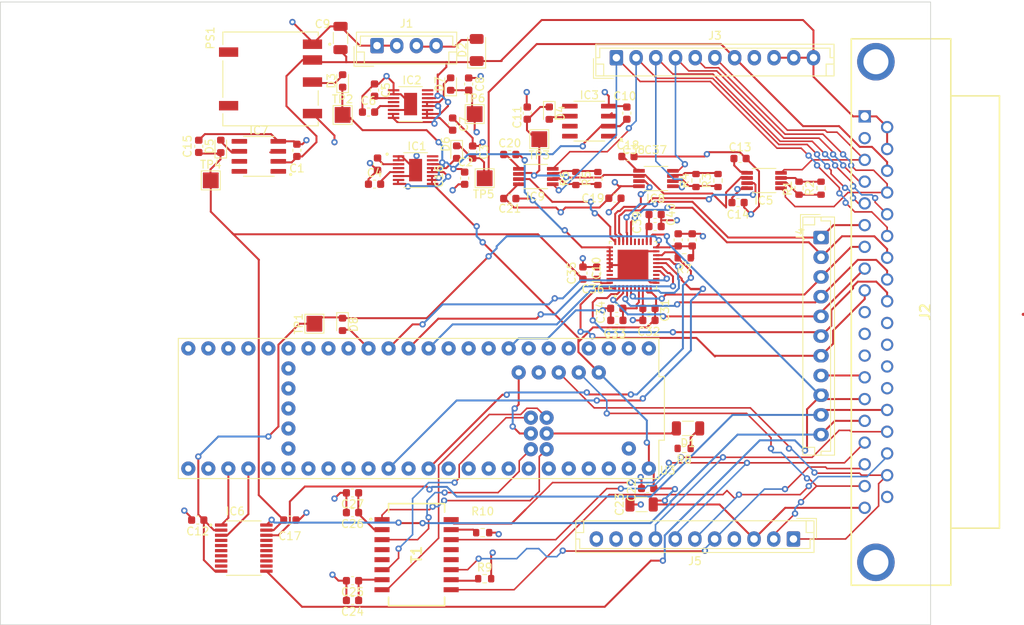
<source format=kicad_pcb>
(kicad_pcb (version 20221018) (generator pcbnew)
  (layers (0 "F.Cu" signal) (1 "In1.Cu" power "GND") (2 "In2.Cu" power "PWR") (31 "B.Cu" signal) (34 "B.Paste" user) (35 "F.Paste" user) (36 "B.SilkS" user "B.Silkscreen") (37 "F.SilkS" user "F.Silkscreen") (38 "B.Mask" user) (39 "F.Mask" user) (44 "Edge.Cuts" user))
  (net 0 "")
  (net 1 "GNDD")
  (net 2 "Net-(IC1-BYPASS)")
  (net 3 "5v_buck")
  (net 4 "Net-(IC1-NR)")
  (net 5 "Net-(IC2-BYPASS)")
  (net 6 "Net-(IC2-NR)")
  (net 7 "12v")
  (net 8 "3V3")
  (net 9 "Net-(IC5--VS)")
  (net 10 "usb_gnd")
  (net 11 "5v_reful")
  (net 12 "5v_ref")
  (net 13 "Net-(IC8--VS)")
  (net 14 "Net-(IC9--VS)")
  (net 15 "Net-(T1-TCT)")
  (net 16 "Net-(T1-RCT)")
  (net 17 "Net-(IC10-REGCAPA)")
  (net 18 "Net-(IC10-REGCAPD)")
  (net 19 "Net-(D1-K)")
  (net 20 "Net-(D1-A)")
  (net 21 "Net-(D2-A)")
  (net 22 "Net-(D3-A)")
  (net 23 "Net-(D4-A)")
  (net 24 "Net-(D5-A)")
  (net 25 "Net-(D6-A)")
  (net 26 "Net-(D7-A)")
  (net 27 "Net-(D8-A)")
  (net 38 "sg1-")
  (net 39 "Net-(IC5-RG_1)")
  (net 40 "Net-(IC5-RG_2)")
  (net 41 "sg1+")
  (net 42 "2.5v_ref")
  (net 43 "sg1")
  (net 44 "hallfx1_3v3")
  (net 45 "hallfx2_3v3")
  (net 58 "hallfx2")
  (net 59 "hallfx1")
  (net 64 "sg2-")
  (net 65 "Net-(IC8-RG_1)")
  (net 66 "Net-(IC8-RG_2)")
  (net 67 "sg2+")
  (net 68 "sg2")
  (net 69 "sg3-")
  (net 70 "Net-(IC9-RG_1)")
  (net 71 "Net-(IC9-RG_2)")
  (net 72 "sg3+")
  (net 73 "sg3")
  (net 76 "SDO")
  (net 77 "SDI")
  (net 78 "SCLK")
  (net 79 "!CS")
  (net 80 "!ERROR")
  (net 82 "linpot1")
  (net 83 "linpot2")
  (net 88 "wheelspeed1")
  (net 89 "wheelspeed2")
  (net 90 "potentiometer")
  (net 91 "brakespeed1")
  (net 92 "brakespeed2")
  (net 93 "usb_d+")
  (net 94 "usb_d-")
  (net 95 "Rx-")
  (net 96 "Rx+")
  (net 97 "Tx-")
  (net 98 "Tx+")
  (net 99 "2.5v")
  (net 102 "Net-(T1-TXCT)")
  (net 103 "Net-(T1-RXCT)")
  (net 104 "Rd+")
  (net 137 "Rd-")
  (net 138 "Td+")
  (net 139 "Td-")
  (net 146 "Earth")
  (net 147 "GNDA")
  (net 154 "unconnected-(IC3-TEMP-Pad3)")
  (net 155 "unconnected-(IC7-TEMP-Pad3)")
  (footprint "TestPoint:TestPoint_Pad_2.0x2.0mm" (layer "F.Cu") (at 53.3305 54.5295 90)
    (fp_text reference "TP1")
    (fp_text value "TestPoint")
  )
  (footprint "Capacitor_SMD:C_0603_1608Metric" (layer "F.Cu") (at 91.453 38.608)
    (fp_text reference "C19")
    (fp_text value "1u")
  )
  (footprint "Capacitor_SMD:C_0603_1608Metric" (layer "F.Cu") (at 70.868 29.204 -90)
    (fp_text reference "C7")
    (fp_text value "0.1u")
  )
  (footprint "Resistor_SMD:R_0603_1608Metric" (layer "F.Cu") (at 114.808 37.338 90)
    (fp_text reference "R1")
    (fp_text value "200")
  )
  (footprint "Capacitor_SMD:C_0603_1608Metric" (layer "F.Cu") (at 80.334 27.815 90)
    (fp_text reference "C11")
    (fp_text value "10u")
  )
  (footprint "Capacitor_SMD:C_0603_1608Metric" (layer "F.Cu") (at 38.663499 32.024499 90)
    (fp_text reference "C15")
    (fp_text value "22u")
  )
  (footprint "Capacitor_SMD:C_0603_1608Metric" (layer "F.Cu") (at 58.166 87.122 180)
    (fp_text reference "C25")
    (fp_text value "0.1u")
  )
  (footprint "Diode_SMD:D_0603_1608Metric" (layer "F.Cu") (at 70.614 24.124 90)
    (fp_text reference "D7")
    (fp_text value "D_Schottky")
  )
  (footprint "Diode_SMD:D_0603_1608Metric" (layer "F.Cu") (at 56.912 23.724 90)
    (fp_text reference "D3")
    (fp_text value "D_Schottky")
  )
  (footprint "Capacitor_SMD:C_0603_1608Metric" (layer "F.Cu") (at 51.109499 32.532499 90)
    (fp_text reference "C16")
    (fp_text value "1u")
  )
  (footprint "Capacitor_SMD:C_0603_1608Metric" (layer "F.Cu") (at 87.396 48.104 90)
    (fp_text reference "C35")
    (fp_text value "10uF")
  )
  (footprint "Capacitor_SMD:C_0603_1608Metric" (layer "F.Cu") (at 78.114 33.061)
    (fp_text reference "C20")
    (fp_text value "1u")
  )
  (footprint "Capacitor_SMD:C_0603_1608Metric" (layer "F.Cu") (at 72.9 24.124 -90)
    (fp_text reference "C8")
    (fp_text value "1u")
  )
  (footprint "21xt_footprints:SOP65P640X120-20N" (layer "F.Cu") (at 44.374 82.989)
    (fp_text reference "IC6")
    (fp_text value "TXB0108PWR")
  )
  (footprint "Capacitor_SMD:C_0603_1608Metric" (layer "F.Cu") (at 58.166 75.978 180)
    (fp_text reference "C27")
    (fp_text value "0.1u")
  )
  (footprint "Resistor_SMD:R_0603_1608Metric" (layer "F.Cu") (at 89.29 36.109 90)
    (fp_text reference "R5")
    (fp_text value "R")
  )
  (footprint "Capacitor_SMD:C_1206_3216Metric" (layer "F.Cu") (at 56.644 18.282 90)
    (fp_text reference "C9")
    (fp_text value "10u")
  )
  (footprint "Capacitor_SMD:C_0603_1608Metric" (layer "F.Cu") (at 92.964 27.815 90)
    (fp_text reference "C10")
    (fp_text value "1u")
  )
  (footprint "Capacitor_SMD:C_0603_1608Metric" (layer "F.Cu") (at 72.39 36.066 90)
    (fp_text reference "C2")
    (fp_text value "0.1u")
  )
  (footprint "Resistor_SMD:R_0603_1608Metric" (layer "F.Cu") (at 117.602 37.338 90)
    (fp_text reference "R2")
    (fp_text value "R")
  )
  (footprint "Diode_SMD:D_0603_1608Metric" (layer "F.Cu") (at 41.457499 32.024499 90)
    (fp_text reference "D5")
    (fp_text value "D_Schottky")
  )
  (footprint "Capacitor_SMD:C_0603_1608Metric" (layer "F.Cu") (at 58.166 89.632 180)
    (fp_text reference "C24")
    (fp_text value "0.1u")
  )
  (footprint "TestPoint:TestPoint_Pad_2.0x2.0mm" (layer "F.Cu") (at 56.912 28.042)
    (fp_text reference "TP2")
    (fp_text value "TestPoint")
  )
  (footprint "Capacitor_SMD:C_0603_1608Metric" (layer "F.Cu") (at 60.962 24.886 -90)
    (fp_text reference "C5")
    (fp_text value "1u")
  )
  (footprint "Capacitor_SMD:C_0603_1608Metric" (layer "F.Cu") (at 95.771 52.578 180)
    (fp_text reference "C31")
    (fp_text value "10uF")
  )
  (footprint "21xt_footprints:CONV_TRS_2-2419" (layer "F.Cu") (at 47.768 23.47)
    (fp_text reference "PS1")
    (fp_text value "TRS_2-1211")
  )
  (footprint "Capacitor_SMD:C_0603_1608Metric" (layer "F.Cu") (at 89.144 48.104 90)
    (fp_text reference "C36")
    (fp_text value "0.1uF")
  )
  (footprint "Resistor_SMD:R_0603_1608Metric" (layer "F.Cu") (at 100.235 70.3445 180)
    (fp_text reference "R8")
    (fp_text value "330")
  )
  (footprint "Capacitor_SMD:C_0603_1608Metric" (layer "F.Cu") (at 60.962 36.824)
    (fp_text reference "C4")
    (fp_text value "0.1")
  )
  (footprint "21xt_footprints:SOP65P490X110-8N" (layer "F.Cu") (at 110.372 36.363 180)
    (fp_text reference "IC5")
    (fp_text value "INA821IDGKT")
  )
  (footprint "Capacitor_SMD:C_0603_1608Metric" (layer "F.Cu") (at 78.114 38.649)
    (fp_text reference "C21")
    (fp_text value "1u")
  )
  (footprint "TestPoint:TestPoint_Pad_2.0x2.0mm" (layer "F.Cu") (at 81.858 31.117 180)
    (fp_text reference "TP3")
    (fp_text value "TestPoint")
  )
  (footprint "TestPoint:TestPoint_Pad_2.0x2.0mm" (layer "F.Cu") (at 73.662 27.934)
    (fp_text reference "TP6")
    (fp_text value "TestPoint")
  )
  (footprint "Capacitor_SMD:C_0603_1608Metric" (layer "F.Cu") (at 91.7 54.102)
    (fp_text reference "C33")
    (fp_text value "1uF")
  )
  (footprint "Capacitor_SMD:C_0603_1608Metric" (layer "F.Cu") (at 107.07 39.157)
    (fp_text reference "C14")
    (fp_text value "1u")
  )
  (footprint "Capacitor_SMD:C_0603_1608Metric" (layer "F.Cu") (at 95.771 54.102 180)
    (fp_text reference "C32")
    (fp_text value "0.1uF")
  )
  (footprint "Resistor_SMD:R_0603_1608Metric" (layer "F.Cu") (at 86.496 36.109 90)
    (fp_text reference "R6")
    (fp_text value "200")
  )
  (footprint "Connector_JST:JST_EH_B11B-EH-A_1x11_P2.50mm_Vertical" (layer "F.Cu") (at 91.64 20.782)
    (fp_text reference "J3")
    (fp_text value "Conn_01x11")
  )
  (footprint "Capacitor_SMD:C_1206_3216Metric" (layer "F.Cu") (at 100.729 67.8045 180)
    (fp_text reference "D1")
    (fp_text value "LED")
  )
  (footprint "Connector_JST:JST_EH_B4B-EH-A_1x04_P2.50mm_Vertical" (layer "F.Cu") (at 61.276 19.252)
    (fp_text reference "J1")
    (fp_text value "Conn_01x04")
  )
  (footprint "Capacitor_SMD:C_1206_3216Metric" (layer "F.Cu") (at 94.838 77.4565)
    (fp_text reference "C23")
    (fp_text value "100u")
  )
  (footprint "21xt_footprints:SOIC127P599X175-8N" (layer "F.Cu") (at 88.208 28.831 180)
    (fp_text reference "IC3")
    (fp_text value "REF5025AIDR")
  )
  (footprint "Diode_SMD:D_1206_3216Metric" (layer "F.Cu") (at 73.916 19.806 90)
    (fp_text reference "D2")
    (fp_text value "D_Schottky")
  )
  (footprint "Diode_SMD:D_0603_1608Metric" (layer "F.Cu") (at 71.376 32.756 -90)
    (fp_text reference "D6")
    (fp_text value "D_Schottky")
  )
  (footprint "21xt_footprints:SOP50P490X110-17N" (layer "F.Cu") (at 66.168 35.042)
    (fp_text reference "IC1")
    (fp_text value "LT6658AHMSE-2.5#PBF")
  )
  (footprint "21xt_footprints:57478476" (layer "F.Cu") (at 123.139 28.227 90)
    (fp_text reference "J2")
    (fp_text value "5747847-6" hide)
  )
  (footprint "Capacitor_SMD:C_0603_1608Metric" (layer "F.Cu") (at 96.5495 42.1935)
    (fp_text reference "C39")
    (fp_text value "0.1uF")
  )
  (footprint "Capacitor_SMD:C_0603_1608Metric" (layer "F.Cu") (at 60.2 27.68)
    (fp_text reference "C6")
    (fp_text value "0.1")
  )
  (footprint "Capacitor_SMD:C_0603_1608Metric" (layer "F.Cu") (at 99.4775 43.893 90)
    (fp_text reference "C37")
    (fp_text value "0.1uF")
  )
  (footprint "Diode_SMD:D_0603_1608Metric" (layer "F.Cu") (at 83.128 27.815 -90)
    (fp_text reference "D4")
    (fp_text value "D_Schottky")
  )
  (footprint "Diode_SMD:D_0603_1608Metric" (layer "F.Cu") (at 56.896 54.61 -90)
    (fp_text reference "D8")
    (fp_text value "D_Schottky")
  )
  (footprint "Capacitor_SMD:C_0603_1608Metric" (layer "F.Cu") (at 38.532 79.433 180)
    (fp_text reference "C12")
    (fp_text value "0.1u")
  )
  (footprint "Resistor_SMD:R_0603_1608Metric" (layer "F.Cu") (at 100.2395 46.167 180)
    (fp_text reference "R7")
    (fp_text value "10k")
  )
  (footprint "Connector_JST:JST_EH_B11B-EH-A_1x11_P2.50mm_Vertical" (layer "F.Cu") (at 117.602 43.594 -90)
    (fp_text reference "J4")
    (fp_text value "Conn_01x11")
  )
  (footprint "Capacitor_SMD:C_0603_1608Metric" (layer "F.Cu") (at 95.6 75.4245)
    (fp_text reference "C22")
    (fp_text value "0.1u")
  )
  (footprint "Resistor_SMD:R_0603_1608Metric" (layer "F.Cu") (at 74.93 86.87)
    (fp_text reference "R9")
    (fp_text value "75")
  )
  (footprint "21xt_footprints:MODULE_DEV-16771" (layer "F.Cu") (at 66.548 65.278 180)
    (fp_text reference "U3")
    (fp_text value "DEV-16771")
  )
  (footprint "21xt_footprints:749013011" (layer "F.Cu") (at 66.294 83.822 -90)
    (fp_text reference "T1")
    (fp_text value "749013011" hide)
  )
  (footprint "Capacitor_SMD:C_0603_1608Metric" (layer "F.Cu") (at 73.408 32.756 -90)
    (fp_text reference "C3")
    (fp_text value "1u")
  )
  (footprint "21xt_footprints:QFN50P600X600X80-41N" (layer "F.Cu") (at 93.746 47.088 90)
    (fp_text reference "IC10")
    (fp_text value "AD7175-8BCPZ-RL7")
  )
  (footprint "Resistor_SMD:R_0603_1608Metric" (layer "F.Cu") (at 74.676 81.028)
    (fp_text reference "R10")
    (fp_text value "75")
  )
  (footprint "21xt_footprints:SOP65P490X110-8N" (layer "F.Cu") (at 96.656 36.109 180)
    (fp_text reference "IC8")
    (fp_text value "INA821IDGKT")
  )
  (footprint "Capacitor_SMD:C_0603_1608Metric" (layer "F.Cu") (at 58.166 78.488 180)
    (fp_text reference "C26")
    (fp_text value "0.1u")
  )
  (footprint "Resistor_SMD:R_0603_1608Metric" (layer "F.Cu") (at 101.736 36.363 90)
    (fp_text reference "R4")
    (fp_text value "200")
  )
  (footprint "Capacitor_SMD:C_0603_1608Metric" (layer "F.Cu") (at 61.342 34.28 90)
    (fp_text reference "C1")
    (fp_text value "1u")
  )
  (footprint "Capacitor_SMD:C_0603_1608Metric" (layer "F.Cu") (at 96.5495 40.6695)
    (fp_text reference "C40")
    (fp_text value "1uF")
  )
  (footprint "Connector_JST:JST_EH_B11B-EH-A_1x11_P2.50mm_Vertical" (layer "F.Cu") (at 114.1 81.834 180)
    (fp_text reference "J5")
    (fp_text value "Conn_01x11")
  )
  (footprint "21xt_footprints:SOP65P490X110-8N" (layer "F.Cu") (at 81.416 35.855 180)
    (fp_text reference "IC9")
    (fp_text value "INA821IDGKT")
  )
  (footprint "Capacitor_SMD:C_0603_1608Metric" (layer "F.Cu") (at 50.216 79.433)
    (fp_text reference "C17")
    (fp_text value "0.1u")
  )
  (footprint "TestPoint:TestPoint_Pad_2.0x2.0mm" (layer "F.Cu") (at 40.187499 36.342499)
    (fp_text reference "TP4")
    (fp_text value "TestPoint")
  )
  (footprint "21xt_footprints:SOP50P490X110-17N" (layer "F.Cu") (at 65.534 26.664)
    (fp_text reference "IC2")
    (fp_text value "LT6658AHMSE-5#PBF")
  )
  (footprint "Resistor_SMD:R_0603_1608Metric" (layer "F.Cu") (at 104.53 36.363 90)
    (fp_text reference "R3")
    (fp_text value "R")
  )
  (footprint "TestPoint:TestPoint_Pad_2.0x2.0mm" (layer "F.Cu") (at 74.93 36.07)
    (fp_text reference "TP5")
    (fp_text value "TestPoint")
  )
  (footprint "Capacitor_SMD:C_0603_1608Metric" (layer "F.Cu") (at 107.324 33.569)
    (fp_text reference "C13")
    (fp_text value "1u")
  )
  (footprint "Capacitor_SMD:C_0603_1608Metric" (layer "F.Cu") (at 93.1 33.315)
    (fp_text reference "C18")
    (fp_text value "1u")
  )
  (footprint "21xt_footprints:SOIC127P599X175-8N" (layer "F.Cu") (at 46.283499 33.294499 180)
    (fp_text reference "IC7")
    (fp_text value "REF5050IDR")
  )
  (footprint "Capacitor_SMD:C_0603_1608Metric" (layer "F.Cu") (at 91.687 52.578)
    (fp_text reference "C34")
    (fp_text value "0.1uF")
  )
  (footprint "Capacitor_SMD:C_0603_1608Metric" (layer "F.Cu") (at 101.2555 43.893 90)
    (fp_text reference "C38")
    (fp_text value "10uF")
  )
  (gr_arc (start 143.256 53.34) (mid 143.256 53.34) (end 143.256 53.34) (stroke (width 0.2)) (layer "F.Cu"))
  (gr_rect (start 13.5 13.716) (end 131.5 92.716) (stroke (width 0.1)) (fill none) (layer "Edge.Cuts"))
  (segment (start 95.996 43.45) (end 95.996 44.138) (width 0.25) (layer "F.Cu") (net 1))
  (segment (start 118.215 62.981) (end 117.602 63.594) (width 0.25) (layer "F.Cu") (net 1))
  (segment (start 115.57 70.612) (end 115.824 70.358) (width 0.25) (layer "F.Cu") (net 1))
  (segment (start 118.095 64.087) (end 117.602 63.594) (width 0.25) (layer "F.Cu") (net 1))
  (segment (start 90.162 90.432) (end 51.762 90.432) (width 0.25) (layer "F.Cu") (net 1))
  (segment (start 123.139 64.087) (end 118.095 64.087) (width 0.25) (layer "F.Cu") (net 1))
  (segment (start 96.229 43.217) (end 95.996 43.45) (width 0.25) (layer "F.Cu") (net 1))
  (segment (start 97.827 43.217) (end 96.229 43.217) (width 0.25) (layer "F.Cu") (net 1))
  (segment (start 51.762 90.432) (end 47.244 85.914) (width 0.25) (layer "F.Cu") (net 1))
  (segment (start 115.824 70.358) (end 115.824 65.372) (width 0.25) (layer "F.Cu") (net 1))
  (segment (start 96.012 84.582) (end 90.162 90.432) (width 0.25) (layer "F.Cu") (net 1))
  (segment (start 115.824 65.372) (end 117.602 63.594) (width 0.25) (layer "F.Cu") (net 1))
  (segment (start 98.044 43.434) (end 97.827 43.217) (width 0.25) (layer "F.Cu") (net 1))
  (segment (start 97.536 84.582) (end 96.012 84.582) (width 0.25) (layer "F.Cu") (net 1))
  (via (at 98.044 43.434) (size 0.8) (drill 0.4) (layers "F.Cu" "B.Cu") (net 1))
  (via (at 97.536 84.582) (size 0.8) (drill 0.4) (layers "F.Cu" "B.Cu") (net 1))
  (via (at 115.57 70.612) (size 0.8) (drill 0.4) (layers "F.Cu" "B.Cu") (net 1))
  (segment (start 97.775 84.343) (end 97.775 81.372299) (width 0.25) (layer "B.Cu") (net 1))
  (segment (start 97.775 81.372299) (end 109.828299 69.319) (width 0.25) (layer "B.Cu") (net 1))
  (segment (start 98.044 44.196) (end 98.044 43.688) (width 0.25) (layer "B.Cu") (net 1))
  (segment (start 117.442 63.594) (end 98.044 44.196) (width 0.25) (layer "B.Cu") (net 1))
  (segment (start 117.602 63.594) (end 117.442 63.594) (width 0.25) (layer "B.Cu") (net 1))
  (segment (start 114.277 69.319) (end 115.57 70.612) (width 0.25) (layer "B.Cu") (net 1))
  (segment (start 109.828299 69.319) (end 114.277 69.319) (width 0.25) (layer "B.Cu") (net 1))
  (segment (start 98.044 43.688) (end 98.044 43.434) (width 0.25) (layer "B.Cu") (net 1))
  (segment (start 97.536 84.582) (end 97.775 84.343) (width 0.25) (layer "B.Cu") (net 1))
  (segment (start 62.0525 34.292) (end 63.9315 34.292) (width 0.25) (layer "F.Cu") (net 2))
  (segment (start 61.2655 33.505) (end 62.0525 34.292) (width 0.25) (layer "F.Cu") (net 2))
  (segment (start 88.676 54.991) (end 89.147 54.991) (width 0.25) (layer "F.Cu") (net 3))
  (segment (start 68.2515 36.792) (end 68.2515 35.792) (width 0.25) (layer "F.Cu") (net 3))
  (segment (start 95.501 54.991) (end 89.147 54.991) (width 0.25) (layer "F.Cu") (net 3))
  (segment (start 95.496 50.461) (end 95.496 50.038) (width 0.25) (layer "F.Cu") (net 3))
  (segment (start 96.546 54.102) (end 96.546 52.578) (width 0.25) (layer "F.Cu") (net 3))
  (segment (start 68.2515 34.292) (end 69.329287 34.292) (width 0.25) (layer "F.Cu") (net 3))
  (segment (start 95.758 72.898) (end 95.758 69.852) (width 0.25) (layer "F.Cu") (net 3))
  (segment (start 86.823 58.123) (end 86.823 56.343) (width 0.25) (layer "F.Cu") (net 3))
  (segment (start 67.564 29.974) (end 69.088 31.498) (width 0.25) (layer "F.Cu") (net 3))
  (segment (start 99.06 75.502) (end 98.9825 75.4245) (width 0.25) (layer "F.Cu") (net 3))
  (segment (start 113.055 77.879) (end 123.139 77.879) (width 0.25) (layer "F.Cu") (net 3))
  (segment (start 59.436 29.974) (end 67.564 29.974) (width 0.25) (layer "F.Cu") (net 3))
  (segment (start 57.504 28.042) (end 59.436 29.974) (width 0.25) (layer "F.Cu") (net 3))
  (segment (start 96.375 73.515) (end 95.758 72.898) (width 0.25) (layer "F.Cu") (net 3))
  (segment (start 95.996 50.566) (end 95.996 50.038) (width 0.25) (layer "F.Cu") (net 3))
  (segment (start 69.120925 36.017) (end 68.895925 35.792) (width 0.25) (layer "F.Cu") (net 3))
  (segment (start 95.617 50.582) (end 95.496 50.461) (width 0.25) (layer "F.Cu") (net 3))
  (segment (start 89.408 60.708) (end 86.823 58.123) (width 0.25) (layer "F.Cu") (net 3))
  (segment (start 96.674 52.204) (end 96.674 51.139) (width 0.25) (layer "F.Cu") (net 3))
  (segment (start 56.862 28.184) (end 56.876 28.17) (width 0.25) (layer "F.Cu") (net 3))
  (segment (start 95.758 69.852) (end 95.504 69.598) (width 0.25) (layer "F.Cu") (net 3))
  (segment (start 87.406 56.261) (end 87.451 56.216) (width 0.25) (layer "F.Cu") (net 3))
  (segment (start 96.012 50.582) (end 95.617 50.582) (width 0.25) (layer "F.Cu") (net 3))
  (segment (start 96.546 53.946) (end 95.501 54.991) (width 0.25) (layer "F.Cu") (net 3))
  (segment (start 96.375 75.4245) (end 96.375 73.515) (width 0.25) (layer "F.Cu") (net 3))
  (segment (start 86.816 56.851) (end 87.451 56.216) (width 0.25) (layer "F.Cu") (net 3))
  (segment (start 89.693001 29.466) (end 90.678 29.466) (width 0.25) (layer "F.Cu") (net 3))
  (segment (start 87.376 31.783001) (end 89.693001 29.466) (width 0.25) (layer "F.Cu") (net 3))
  (segment (start 69.329287 34.292) (end 69.553541 34.067746) (width 0.25) (layer "F.Cu") (net 3))
  (segment (start 68.328 36.792) (end 73.7 42.164) (width 0.25) (layer "F.Cu") (net 3))
  (segment (start 92.088 29.466) (end 92.964 28.59) (width 0.25) (layer "F.Cu") (net 3))
  (segment (start 87.451 56.216) (end 88.676 54.991) (width 0.25) (layer "F.Cu") (net 3))
  (segment (start 56.876 24.6395) (end 56.876 28.17) (width 0.25) (layer "F.Cu") (net 3))
  (segment (start 87.376 32.006) (end 87.376 31.783001) (width 0.25) (layer "F.Cu") (net 3))
  (segment (start 96.313 77.4565) (end 104.7225 77.4565) (width 0.25) (layer "F.Cu") (net 3))
  (segment (start 96.674 51.139) (end 96.117 50.582) (width 0.25) (layer "F.Cu") (net 3))
  (segment (start 86.823 56.343) (end 74.676 44.196) (width 0.25) (layer "F.Cu") (net 3))
  (segment (start 96.8075 76.962) (end 96.313 77.4565) (width 0.25) (layer "F.Cu") (net 3))
  (segment (start 96.012 50.582) (end 95.996 50.566) (width 0.25) (layer "F.Cu") (net 3))
  (segment (start 72.000153 34.901153) (end 72.39 35.291) (width 0.25) (layer "F.Cu") (net 3))
  (segment (start 68.895925 35.792) (end 68.2515 35.792) (width 0.25) (layer "F.Cu") (net 3))
  (segment (start 73.7 42.164) (end 73.914 42.164) (width 0.25) (layer "F.Cu") (net 3))
  (segment (start 90.678 29.466) (end 92.088 29.466) (width 0.25) (layer "F.Cu") (net 3))
  (segment (start 98.9825 75.4245) (end 96.375 75.4245) (width 0.25) (layer "F.Cu") (net 3))
  (segment (start 70.967153 34.901153) (end 72.000153 34.901153) (width 0.25) (layer "F.Cu") (net 3))
  (segment (start 56.912 28.042) (end 57.504 28.042) (width 0.25) (layer "F.Cu") (net 3))
  (segment (start 68.2515 36.792) (end 68.2925 36.833) (width 0.25) (layer "F.Cu") (net 3))
  (segment (start 109.1 81.834) (end 113.055 77.879) (width 0.25) (layer "F.Cu") (net 3))
  (segment (start 91.626999 29.594) (end 90.642 29.594) (width 0.25) (layer "F.Cu") (net 3))
  (segment (start 104.7225 77.4565) (end 109.1 81.834) (width 0.25) (layer "F.Cu") (net 3))
  (segment (start 97.79 76.962) (end 96.8075 76.962) (width 0.25) (layer "F.Cu") (net 3))
  (segment (start 96.117 50.582) (end 96.012 50.582) (width 0.25) (layer "F.Cu") (net 3))
  (via (at 74.676 44.196) (size 0.8) (drill 0.4) (layers "F.Cu" "B.Cu") (net 3))
  (via (at 69.088 31.498) (size 0.8) (drill 0.4) (layers "F.Cu" "B.Cu") (net 3))
  (via (at 87.376 32.006) (size 0.8) (drill 0.4) (layers "F.Cu" "B.Cu") (net 3))
  (via (at 95.504 69.598) (size 0.8) (drill 0.4) (layers "F.Cu" "B.Cu") (net 3))
  (via (at 69.553541 34.067746) (size 0.8) (drill 0.4) (layers "F.Cu" "B.Cu") (net 3))
  (via (at 99.06 75.502) (size 0.8) (drill 0.4) (layers "F.Cu" "B.Cu") (net 3))
  (via (at 73.914 42.164) (size 0.8) (drill 0.4) (layers "F.Cu" "B.Cu") (net 3))
  (via (at 70.967153 34.901153) (size 0.8) (drill 0.4) (layers "F.Cu" "B.Cu") (net 3))
  (via (at 69.120925 36.017) (size 0.8) (drill 0.4) (layers "F.Cu" "B.Cu") (net 3))
  (via (at 97.79 76.962) (size 0.8) (drill 0.4) (layers "F.Cu" "B.Cu") (net 3))
  (segment (start 69.120925 35.192575) (end 69.7755 34.538) (width 0.25) (layer "B.Cu") (net 3))
  (segment (start 69.120925 36.017) (end 69.120925 35.192575) (width 0.25) (layer "B.Cu") (net 3))
  (segment (start 73.914 43.434) (end 74.676 44.196) (width 0.25) (layer "B.Cu") (net 3))
  (segment (start 70.133746 34.067746) (end 70.967153 34.901153) (width 0.25) (layer "B.Cu") (net 3))
  (segment (start 83.566 33.022) (end 72.846306 33.022) (width 0.25) (layer "B.Cu") (net 3))
  (segment (start 69.553541 34.316041) (end 69.553541 34.067746) (width 0.25) (layer "B.Cu") (net 3))
  (segment (start 69.553541 31.963541) (end 69.553541 34.067746) (width 0.25) (layer "B.Cu") (net 3))
  (segment (start 87.376 32.006) (end 84.582 32.006) (width 0.25) (layer "B.Cu") (net 3))
  (segment (start 69.7755 34.538) (end 69.553541 34.316041) (width 0.25) (layer "B.Cu") (net 3))
  (segment (start 95.504 69.598) (end 95.504 66.804) (width 0.25) (layer "B.Cu") (net 3))
  (segment (start 95.504 66.804) (end 89.408 60.708) (width 0.25) (layer "B.Cu") (net 3))
  (segment (start 72.846306 33.022) (end 70.967153 34.901153) (width 0.25) (layer "B.Cu") (net 3))
  (segment (start 84.582 32.006) (end 83.566 33.022) (width 0.25) (layer "B.Cu") (net 3))
  (segment (start 99.06 75.502) (end 97.79 76.772) (width 0.25) (layer "B.Cu") (net 3))
  (segment (start 73.914 42.164) (end 73.914 43.434) (width 0.25) (layer "B.Cu") (net 3))
  (segment (start 97.79 76.772) (end 97.79 76.962) (width 0.25) (layer "B.Cu") (net 3))
  (segment (start 69.088 31.498) (end 69.553541 31.963541) (width 0.25) (layer "B.Cu") (net 3))
  (segment (start 69.553541 34.067746) (end 70.133746 34.067746) (width 0.25) (layer "B.Cu") (net 3))
  (segment (start 62.9255 35.292) (end 63.9315 35.292) (width 0.25) (layer "F.Cu") (net 4))
  (segment (start 61.6605 36.824) (end 61.6605 36.557) (width 0.25) (layer "F.Cu") (net 4))
  (segment (start 61.6605 36.557) (end 62.9255 35.292) (width 0.25) (layer "F.Cu") (net 4))
  (segment (start 60.8855 25.661) (end 61.1385 25.914) (width 0.25) (layer "F.Cu") (net 5))
  (segment (start 61.1385 25.914) (end 63.2975 25.914) (width 0.25) (layer "F.Cu") (net 5))
  (segment (start 60.8985 27.68) (end 61.6645 26.914) (width 0.25) (layer "F.Cu") (net 6))
  (segment (start 61.6645 26.914) (end 63.2975 26.914) (width 0.25) (layer "F.Cu") (net 6))
  (segment (start 68.968891 25.604391) (end 68.968891 22.898609) (width 0.25) (layer "F.Cu") (net 7))
  (segment (start 69.2265 28.414) (end 67.6175 28.414) (width 0.25) (layer "F.Cu") (net 7))
  (segment (start 70.2835 26.918) (end 70.2835 26.41) (width 0.25) (layer "F.Cu") (net 7))
  (segment (start 68.659282 25.914) (end 67.6175 25.914) (width 0.25) (layer "F.Cu") (net 7))
  (segment (start 76.962 21.206) (end 77.094 21.206) (width 0.25) (layer "F.Cu") (net 7))
  (segment (start 53.594 31.496) (end 53.594 30.734) (width 0.25) (layer "F.Cu") (net 7))
  (segment (start 70.07 21.344) (end 73.87 21.344) (width 0.25) (layer "F.Cu") (net 7))
  (segment (start 69.009391 23.026609) (end 70.07 21.966) (width 0.25) (layer "F.Cu") (net 7))
  (segment (start 57.37 21.344) (end 70.07 21.344) (width 0.25) (layer "F.Cu") (net 7))
  (segment (start 69.2875 27.914) (end 70.2835 26.918) (width 0.25) (layer "F.Cu") (net 7))
  (segment (start 54.054 21.344) (end 57.37 21.344) (width 0.25) (layer "F.Cu") (net 7))
  (segment (start 116.64 20.782) (end 111.64 20.782) (width 0.25) (layer "F.Cu") (net 7))
  (segment (start 51.109499 33.307499) (end 51.782501 33.307499) (width 0.25) (layer "F.Cu") (net 7))
  (segment (start 57.37 21.344) (end 57.37 20.647) (width 0.25) (layer "F.Cu") (net 7))
  (segment (start 76.962 21.206) (end 82.166 16.002) (width 0.25) (layer "F.Cu") (net 7))
  (segment (start 50.451499 34.057499) (end 51.073499 33.435499) (width 0.25) (layer "F.Cu") (net 7))
  (segment (start 124.625 28.227) (end 125.984 29.586) (width 0.25) (layer "F.Cu") (net 7))
  (segment (start 57.37 20.647) (end 56.608 19.885) (width 0.25) (layer "F.Cu") (net 7))
  (segment (start 70.7915 29.979) (end 69.2265 28.414) (width 0.25) (layer "F.Cu") (net 7))
  (segment (start 67.6175 27.914) (end 69.2875 27.914) (width 0.25) (layer "F.Cu") (net 7))
  (segment (start 125.984 32.365) (end 125.984 29.586) (width 0.25) (layer "F.Cu") (net 7))
  (segment (start 70.07 21.966) (end 70.07 21.344) (width 0.25) (layer "F.Cu") (net 7))
  (segment (start 116.64 23.201) (end 116.64 20.782) (width 0.25) (layer "F.Cu") (net 7))
  (segment (start 82.166 16.002) (end 115.316 16.002) (width 0.25) (layer "F.Cu") (net 7))
  (segment (start 123.139 28.227) (end 121.666 28.227) (width 0.25) (layer "F.Cu") (net 7))
  (segment (start 115.316 16.002) (end 116.64 17.326) (width 0.25) (layer "F.Cu") (net 7))
  (segment (start 123.139 28.227) (end 124.625 28.227) (width 0.25) (layer "F.Cu") (net 7))
  (segment (start 73.916 21.206) (end 76.962 21.206) (width 0.25) (layer "F.Cu") (net 7))
  (segment (start 116.64 17.326) (end 116.64 20.782) (width 0.25) (layer "F.Cu") (net 7))
  (segment (start 53.594 30.734) (end 49.784 26.924) (width 0.25) (layer "F.Cu") (net 7))
  (segment (start 51.782501 33.307499) (end 53.594 31.496) (width 0.25) (layer "F.Cu") (net 7))
  (segment (start 73.87 21.344) (end 73.88 21.334) (width 0.25) (layer "F.Cu") (net 7))
  (segment (start 48.717499 34.057499) (end 50.451499 34.057499) (width 0.25) (layer "F.Cu") (net 7))
  (segment (start 51.83 21.07) (end 53.088 21.07) (width 0.25) (layer "F.Cu") (net 7))
  (segment (start 68.968891 25.604391) (end 68.659282 25.914) (width 0.25) (layer "F.Cu") (net 7))
  (segment (start 67.6175 28.414) (end 67.6175 27.414) (width 0.25) (layer "F.Cu") (net 7))
  (segment (start 121.666 28.227) (end 116.64 23.201) (width 0.25) (layer "F.Cu") (net 7))
  (segment (start 49.784 23.116) (end 51.83 21.07) (width 0.25) (layer "F.Cu") (net 7))
  (segment (start 49.784 26.924) (end 49.784 23.116) (width 0.25) (layer "F.Cu") (net 7))
  (via (at 70.2835 26.41) (size 0.8) (drill 0.4) (layers "F.Cu" "B.Cu") (net 7))
  (via (at 68.968891 25.604391) (size 0.8) (drill 0.4) (layers "F.Cu" "B.Cu") (net 7))
  (segment (start 69.7755 25.902) (end 69.477891 25.604391) (width 0.25) (layer "B.Cu") (net 7))
  (segment (start 69.477891 25.604391) (end 68.968891 25.604391) (width 0.25) (layer "B.Cu") (net 7))
  (segment (start 70.2835 26.41) (end 69.7755 25.902) (width 0.25) (layer "B.Cu") (net 7))
  (segment (start 101.3835 44.704) (end 98.552 44.704) (width 0.25) (layer "F.Cu") (net 8))
  (segment (start 101.3835 44.704) (end 101.3835 46.278) (width 0.25) (layer "F.Cu") (net 8))
  (segment (start 56.6505 53.722) (end 54.138 53.722) (width 0.25) (layer "F.Cu") (net 8))
  (segment (start 39.307 84.501999) (end 39.307 79.433) (width 0.25) (layer "F.Cu") (net 8))
  (segment (start 41.504 85.914) (end 40.719001 85.914) (width 0.25) (layer "F.Cu") (net 8))
  (segment (start 40.719001 85.914) (end 39.307 84.501999) (width 0.25) (layer "F.Cu") (net 8))
  (segment (start 101.2555 46.358) (end 101.0645 46.167) (width 0.25) (layer "F.Cu") (net 8))
  (segment (start 38.608 78.734) (end 39.307 79.433) (width 0.25) (layer "F.Cu") (net 8))
  (segment (start 97.028 43.942) (end 97.028 44.506) (width 0.25) (layer "F.Cu") (net 8))
  (segment (start 53.3305 54.5295) (end 51.434088 54.5295) (width 0.25) (layer "F.Cu") (net 8))
  (segment (start 48.768 57.195588) (end 48.768 67.566) (width 0.25) (layer "F.Cu") (net 8))
  (segment (start 96.696 44.838) (end 98.418 44.838) (width 0.25) (layer "F.Cu") (net 8))
  (segment (start 101.3835 46.278) (end 101.1925 46.469) (width 0.25) (layer "F.Cu") (net 8))
  (segment (start 48.768 67.566) (end 47.498 68.836) (width 0.25) (layer "F.Cu") (net 8))
  (segment (start 67.5895 53.8225) (end 75.433347 45.978653) (width 0.25) (layer "F.Cu") (net 8))
  (segment (start 41.504 80.714) (end 40.588 80.714) (width 0.25) (layer "F.Cu") (net 8))
  (segment (start 56.6505 53.722) (end 57.278 53.722) (width 0.25) (layer "F.Cu") (net 8))
  (segment (start 53.2945 54.6575) (end 53.2565 54.6955) (width 0.25) (layer "F.Cu") (net 8))
  (segment (start 38.608 71.376) (end 38.608 78.734) (width 0.25) (layer "F.Cu") (net 8))
  (segment (start 40.588 80.714) (end 39.307 79.433) (width 0.25) (layer "F.Cu") (net 8))
  (segment (start 98.418 44.838) (end 98.552 44.704) (width 0.25) (layer "F.Cu") (net 8))
  (segment (start 51.434088 54.5295) (end 48.768 57.195588) (width 0.25) (layer "F.Cu") (net 8))
  (segment (start 97.028 44.506) (end 96.696 44.838) (width 0.25) (layer "F.Cu") (net 8))
  (segment (start 54.138 53.722) (end 53.3305 54.5295) (width 0.25) (layer "F.Cu") (net 8))
  (segment (start 54.102 53.85) (end 53.2945 54.6575) (width 0.25) (layer "F.Cu") (net 8))
  (segment (start 56.896 53.8225) (end 67.5895 53.8225) (width 0.25) (layer "F.Cu") (net 8))
  (via (at 97.028 43.942) (size 0.8) (drill 0.4) (layers "F.Cu" "B.Cu") (net 8))
  (via (at 75.433347 45.978653) (size 0.8) (drill 0.4) (layers "F.Cu" "B.Cu") (net 8))
  (via (at 47.498 68.836) (size 0.8) (drill 0.4) (layers "F.Cu" "B.Cu") (net 8))
  (via (at 38.608 71.376) (size 0.8) (drill 0.4) (layers "F.Cu" "B.Cu") (net 8))
  (segment (start 76.454 44.704) (end 77.724 43.434) (width 0.25) (layer "B.Cu") (net 8))
  (segment (start 96.52 43.434) (end 97.028 43.942) (width 0.25) (layer "B.Cu") (net 8))
  (segment (start 41.148 68.836) (end 38.608 71.376) (width 0.25) (layer "B.Cu") (net 8))
  (segment (start 77.724 43.434) (end 96.52 43.434) (width 0.25) (layer "B.Cu") (net 8))
  (segment (start 47.498 68.836) (end 41.148 68.836) (width 0.25) (layer "B.Cu") (net 8))
  (segment (start 76.454 44.958) (end 76.454 44.704) (width 0.25) (layer "B.Cu") (net 8))
  (segment (start 75.433347 45.978653) (end 76.454 44.958) (width 0.25) (layer "B.Cu") (net 8))
  (segment (start 107.401 35.26) (end 108.258 35.26) (width 0.25) (layer "F.Cu") (net 9))
  (segment (start 106.585 33.441) (end 106.585 34.444) (width 0.25) (layer "F.Cu") (net 9))
  (segment (start 106.585 34.444) (end 107.401 35.26) (width 0.25) (layer "F.Cu") (net 9))
  (segment (start 78.889 38.649) (end 80.813 38.649) (width 0.25) (layer "F.Cu") (net 10))
  (segment (start 92.228 38.836) (end 90.678 40.386) (width 0.25) (layer "F.Cu") (net 10))
  (segment (start 91.996 48.838) (end 93.746 47.088) (width 0.25) (layer "F.Cu") (net 10))
  (segment (start 97.3245 41.402) (end 99.314 41.402) (width 0.25) (layer "F.Cu") (net 10))
  (segment (start 80.788 68.448) (end 79.37 68.448) (width 0.25) (layer "F.Cu") (net 10))
  (segment (start 79.248 64.77) (end 79.248 60.708) (width 0.25) (layer "F.Cu") (net 10))
  (segment (start 75.755 86.87) (end 75.755 83.757) (width 0.25) (layer "F.Cu") (net 10))
  (segment (start 107.299 32.769) (end 103.375 32.769) (width 0.25) (layer "F.Cu") (net 10))
  (segment (start 93.746 47.088) (end 95.496 45.338) (width 0.25) (layer "F.Cu") (net 10))
  (segment (start 56.388 87.122) (end 55.626 86.36) (width 0.25) (layer "F.Cu") (net 10))
  (segment (start 90.796 47.838) (end 90.796 44.838) (width 0.25) (layer "F.Cu") (net 10))
  (segment (start 80.813 38.649) (end 81.026 38.862) (width 0.25) (layer "F.Cu") (net 10))
  (segment (start 93.875 33.315) (end 102.829 33.315) (width 0.25) (layer "F.Cu") (net 10))
  (segment (start 97.3245 40.6695) (end 97.3245 41.402) (width 0.25) (layer "F.Cu") (net 10))
  (segment (start 75.501 81.028) (end 76.519 81.028) (width 0.25) (layer "F.Cu") (net 10))
  (segment (start 109.732 39.62) (end 108.712 40.64) (width 0.25) (layer "F.Cu") (net 10))
  (segment (start 107.845 39.773) (end 108.712 40.64) (width 0.25) (layer "F.Cu") (net 10))
  (segment (start 90.163 52.578) (end 89.912531 52.828469) (width 0.25) (layer "F.Cu") (net 10))
  (segment (start 108.099 33.569) (end 107.299 32.769) (width 0.25) (layer "F.Cu") (net 10))
  (segment (start 90.912 52.578) (end 90.163 52.578) (width 0.25) (layer "F.Cu") (net 10))
  (segment (start 102.829 33.315) (end 103.124 33.02) (width 0.25) (layer "F.Cu") (net 10))
  (segment (start 107.845 39.157) (end 107.845 39.773) (width 0.25) (layer "F.Cu") (net 10))
  (segment (start 79.289 33.061) (end 80.01 33.782) (width 0.25) (layer "F.Cu") (net 10))
  (segment (start 93.746 47.088) (end 91.046 47.088) (width 0.25) (layer "F.Cu") (net 10))
  (segment (start 57.391 78.488) (end 57.391 75.978) (width 0.25) (layer "F.Cu") (net 10))
  (segment (start 108.099 33.569) (end 109.732 35.202) (width 0.25) (layer "F.Cu") (net 10))
  (segment (start 76.519 81.028) (end 76.708 81.217) (width 0.25) (layer "F.Cu") (net 10))
  (segment (start 90.925 52.591) (end 90.912 52.578) (width 0.25) (layer "F.Cu") (net 10))
  (segment (start 95.496 45.338) (end 96.696 45.338) (width 0.25) (layer "F.Cu") (net 10))
  (segment (start 93.746 47.088) (end 95.966 49.308) (width 0.25) (layer "F.Cu") (net 10))
  (segment (start 90.796 48.838) (end 91.996 48.838) (width 0.25) (layer "F.Cu") (net 10))
  (segment (start 92.228 38.608) (end 92.228 38.836) (width 0.25) (layer "F.Cu") (net 10))
  (segment (start 78.74 65.278) (end 79.248 64.77) (width 0.25) (layer "F.Cu") (net 10))
  (segment (start 109.732 35.202) (end 109.732 39.62) (width 0.25) (layer "F.Cu") (net 10))
  (segment (start 75.755 83.757) (end 75.946 83.566) (width 0.25) (layer "F.Cu") (net 10))
  (segment (start 97.3245 41.402) (end 97.3245 42.1935) (width 0.25) (layer "F.Cu") (net 10))
  (segment (start 79.37 68.448) (end 78.486 67.564) (width 0.25) (layer "F.Cu") (net 10))
  (segment (start 91.046 47.088) (end 90.796 46.838) (width 0.25) (layer "F.Cu") (net 10))
  (segment (start 56.61 75.978) (end 55.88 76.708) (width 0.25) (layer "F.Cu") (net 10))
  (segment (start 90.925 54.102) (end 90.925 52.591) (width 0.25) (layer "F.Cu") (net 10))
  (segment (start 90.796 44.838) (end 87.256 44.838) (width 0.25) (layer "F.Cu") (net 10))
  (segment (start 78.889 33.061) (end 79.289 33.061) (width 0.25) (layer "F.Cu") (net 10))
  (segment (start 87.256 44.838) (end 85.09 42.672) (width 0.25) (layer "F.Cu") (net 10))
  (segment (start 96.666 49.308) (end 96.696 49.338) (width 0.25) (layer "F.Cu") (net 10))
  (segment (start 57.391 75.978) (end 56.61 75.978) (width 0.25) (layer "F.Cu") (net 10))
  (segment (start 103.375 32.769) (end 103.124 33.02) (width 0.25) (layer "F.Cu") (net 10))
  (segment (start 95.966 49.308) (end 96.666 49.308) (width 0.25) (layer "F.Cu") (net 10))
  (segment (start 57.391 87.122) (end 56.388 87.122) (width 0.25) (layer "F.Cu") (net 10))
  (segment (start 57.391 89.632) (end 57.391 87.122) (width 0.25) (layer "F.Cu") (net 10))
  (via (at 80.01 33.782) (size 0.8) (drill 0.4) (layers "F.Cu" "B.Cu") (net 10))
  (via (at 85.09 42.672) (size 0.8) (drill 0.4) (layers "F.Cu" "B.Cu") (net 10))
  (via (at 99.314 41.402) (size 0.8) (drill 0.4) (layers "F.Cu" "B.Cu") (net 10))
  (via (at 76.708 81.217) (size 0.8) (drill 0.4) (layers "F.Cu" "B.Cu") (net 10))
  (via (at 90.678 40.386) (size 0.8) (drill 0.4) (layers "F.Cu" "B.Cu") (net 10))
  (via (at 55.626 86.36) (size 0.8) (drill 0.4) (layers "F.Cu" "B.Cu") (net 10))
  (via (at 75.946 83.566) (size 0.8) (drill 0.4) (layers "F.Cu" "B.Cu") (net 10))
  (via (at 81.026 38.862) (size 0.8) (drill 0.4) (layers "F.Cu" "B.Cu") (net 10))
  (via (at 89.912531 52.828469) (size 0.8) (drill 0.4) (layers "F.Cu" "B.Cu") (net 10))
  (via (at 78.74 65.278) (size 0.8) (drill 0.4) (layers "F.Cu" "B.Cu") (net 10))
  (via (at 78.486 67.564) (size 0.8) (drill 0.4) (layers "F.Cu" "B.Cu") (net 10))
  (via (at 108.712 40.64) (size 0.8) (drill 0.4) (layers "F.Cu" "B.Cu") (net 10))
  (via (at 55.88 76.708) (size 0.8) (drill 0.4) (layers "F.Cu" "B.Cu") (net 10))
  (via (at 103.124 33.02) (size 0.8) (drill 0.4) (layers "F.Cu" "B.Cu") (net 10))
  (segment (start 86.491927 52.828469) (end 82.932396 56.388) (width 0.25) (layer "B.Cu") (net 10))
  (segment (start 82.932396 56.388) (end 79.248 56.388) (width 0.25) (layer "B.Cu") (net 10))
  (segment (start 78.486 67.564) (end 78.486 65.532) (width 0.25) (layer "B.Cu") (net 10))
  (segment (start 78.486 65.532) (end 78.74 65.278) (width 0.25) (layer "B.Cu") (net 10))
  (segment (start 79.248 56.388) (end 77.978 57.658) (width 0.25) (layer "B.Cu") (net 10))
  (segment (start 89.912531 52.828469) (end 86.491927 52.828469) (width 0.25) (layer "B.Cu") (net 10))
  (segment (start 84.836 42.672) (end 85.09 42.672) (width 0.25) (layer "B.Cu") (net 10))
  (segment (start 80.01 33.782) (end 80.01 37.846) (width 0.25) (layer "B.Cu") (net 10))
  (segment (start 80.01 37.846) (end 81.026 38.862) (width 0.25) (layer "B.Cu") (net 10))
  (segment (start 81.026 38.862) (end 84.836 42.672) (width 0.25) (layer "B.Cu") (net 10))
  (segment (start 73.3315 27.68) (end 73.3315 25.407) (width 0.25) (layer "F.Cu") (net 11))
  (segment (start 72.049 24.9115) (end 72.0615 24.899) (width 0.25) (layer "F.Cu") (net 11))
  (segment (start 85.177 39.791) (end 84.582 40.386) (width 0.25) (layer "F.Cu") (net 11))
  (segment (start 73.662 27.934) (end 73.662 29.974) (width 0.25) (layer "F.Cu") (net 11))
  (segment (start 79.302 36.702) (end 77.483 38.521) (width 0.25) (layer "F.Cu") (net 11))
  (segment (start 107.2305 37.6345) (end 107.046241 37.450241) (width 0.25) (layer "F.Cu") (net 11))
  (segment (start 90.678 38.608) (end 92.202 37.084) (width 0.25) (layer "F.Cu") (net 11))
  (segment (start 90.678 38.608) (end 89.495 39.791) (width 0.25) (layer "F.Cu") (net 11))
  (segment (start 83.566 39.791) (end 83.987 39.791) (width 0.25) (layer "F.Cu") (net 11))
  (segment (start 78.645 39.791) (end 77.375 38.521) (width 0.25) (layer "F.Cu") (net 11))
  (segment (start 107.2305 37.6345) (end 106.331 38.534) (width 0.25) (layer "F.Cu") (net 11))
  (segment (start 70.5375 24.9115) (end 72.811 24.9115) (width 0.25) (layer "F.Cu") (net 11))
  (segment (start 92.202 37.084) (end 94.506 37.084) (width 0.25) (layer "F.Cu") (net 11))
  (segment (start 106.331 38.534) (end 106.331 39.029) (width 0.25) (layer "F.Cu") (net 11))
  (segment (start 92.202 37.084) (end 91.948 37.084) (width 0.25) (layer "F.Cu") (net 11))
  (segment (start 91.948 37.084) (end 91.44 36.576) (width 0.25) (layer "F.Cu") (net 11))
  (segment (start 83.987 39.791) (end 84.582 40.386) (width 0.25) (layer "F.Cu") (net 11))
  (segment (start 73.3315 25.407) (end 73.325 25.4005) (width 0.25) (layer "F.Cu") (net 11))
  (segment (start 107.655 37.21) (end 107.2305 37.6345) (width 0.25) (layer "F.Cu") (net 11))
  (segment (start 107.046241 37.450241) (end 106.991931 37.450241) (width 0.25) (layer "F.Cu") (net 11))
  (segment (start 83.566 39.791) (end 78.645 39.791) (width 0.25) (layer "F.Cu") (net 11))
  (segment (start 73.325 25.4005) (end 72.8235 24.899) (width 0.25) (layer "F.Cu") (net 11))
  (segment (start 108.258 37.21) (end 107.655 37.21) (width 0.25) (layer "F.Cu") (net 11))
  (segment (start 89.495 39.791) (end 85.177 39.791) (width 0.25) (layer "F.Cu") (net 11))
  (segment (start 73.662 29.974) (end 73.914 30.226) (width 0.25) (layer "F.Cu") (net 11))
  (via (at 106.991931 37.450241) (size 0.8) (drill 0.4) (layers "F.Cu" "B.Cu") (net 11))
  (via (at 91.44 36.576) (size 0.8) (drill 0.4) (layers "F.Cu" "B.Cu") (net 11))
  (via (at 73.914 30.226) (size 0.8) (drill 0.4) (layers "F.Cu" "B.Cu") (net 11))
  (via (at 84.582 40.386) (size 0.8) (drill 0.4) (layers "F.Cu" "B.Cu") (net 11))
  (segment (start 41.421499 33.676499) (end 40.151499 34.946499) (width 0.25) (layer "F.Cu") (net 12))
  (segment (start 81.697 43.18) (end 87.396 48.879) (width 0.25) (layer "F.Cu") (net 12))
  (segment (start 42.8635 42.9885) (end 43.055 43.18) (width 0.25) (layer "F.Cu") (net 12))
  (segment (start 46.273 46.437) (end 46.2925 46.4175) (width 0.25) (layer "F.Cu") (net 12))
  (segment (start 86.0355 47.5185) (end 87.396 48.879) (width 0.25) (layer "F.Cu") (net 12))
  (segment (start 90.924 49.374) (end 89.731 49.374) (width 0.25) (layer "F.Cu") (net 12))
  (segment (start 46.2925 46.4175) (end 42.8635 42.9885) (width 0.25) (layer "F.Cu") (net 12))
  (segment (start 41.421499 32.939999) (end 41.421499 33.676499) (width 0.25) (layer "F.Cu") (net 12))
  (segment (start 49.441 79.433) (end 46.273 76.265) (width 0.25) (layer "F.Cu") (net 12))
  (segment (start 89.731 49.374) (end 89.272 48.915) (width 0.25) (layer "F.Cu") (net 12))
  (segment (start 41.421499 32.939999) (end 38.639999 32.939999) (width 0.25) (layer "F.Cu") (net 12))
  (segment (start 48.16 80.714) (end 49.441 79.433) (width 0.25) (layer "F.Cu") (net 12))
  (segment (start 43.055 43.18) (end 81.697 43.18) (width 0.25) (layer "F.Cu") (net 12))
  (segment (start 40.187499 36.342499) (end 40.187499 40.312499) (width 0.25) (layer "F.Cu") (net 12))
  (segment (start 40.187499 40.312499) (end 42.8635 42.9885) (width 0.25) (layer "F.Cu") (net 12))
  (segment (start 89.272 48.915) (end 87.524 48.915) (width 0.25) (layer "F.Cu") (net 12))
  (segment (start 46.273 76.265) (end 46.273 46.437) (width 0.25) (layer "F.Cu") (net 12))
  (segment (start 40.151499 34.946499) (end 40.151499 36.470499) (width 0.25) (layer "F.Cu") (net 12))
  (segment (start 49.394 79.572) (end 49.405 79.561) (width 0.25) (layer "F.Cu") (net 12))
  (segment (start 38.639999 32.939999) (end 38.627499 32.927499) (width 0.25) (layer "F.Cu") (net 12))
  (segment (start 47.244 80.714) (end 48.16 80.714) (width 0.25) (layer "F.Cu") (net 12))
  (segment (start 94.542 35.006) (end 94.18 35.006) (width 0.25) (layer "F.Cu") (net 13))
  (segment (start 94.18 35.006) (end 92.361 33.187) (width 0.25) (layer "F.Cu") (net 13))
  (segment (start 79.302 34.752) (end 77.483 32.933) (width 0.25) (layer "F.Cu") (net 14))
  (segment (start 61.909 86.997) (end 59.066 86.997) (width 0.25) (layer "F.Cu") (net 15))
  (segment (start 58.941 89.632) (end 58.941 87.122) (width 0.25) (layer "F.Cu") (net 15))
  (segment (start 59.066 86.997) (end 58.941 87.122) (width 0.25) (layer "F.Cu") (net 15))
  (segment (start 58.905 78.616) (end 59.794 79.505) (width 0.25) (layer "F.Cu") (net 16))
  (segment (start 58.905 76.106) (end 58.905 78.616) (width 0.25) (layer "F.Cu") (net 16))
  (segment (start 61.909 80.647) (end 60.936 80.647) (width 0.25) (layer "F.Cu") (net 16))
  (segment (start 60.936 80.647) (end 59.794 79.505) (width 0.25) (layer "F.Cu") (net 16))
  (segment (start 94.221 52.578) (end 94.221 52.076) (width 0.25) (layer "F.Cu") (net 17))
  (segment (start 92.462 52.578) (end 94.221 52.578) (width 0.25) (layer "F.Cu") (net 17))
  (segment (start 92.475 54.102) (end 92.475 52.591) (width 0.25) (layer "F.Cu") (net 17))
  (segment (start 92.475 52.591) (end 92.462 52.578) (width 0.25) (layer "F.Cu") (net 17))
  (segment (start 94.221 52.076) (end 94.489 51.808) (width 0.25) (layer "F.Cu") (net 17))
  (segment (start 94.489 51.307) (end 94.496 51.3) (width 0.25) (layer "F.Cu") (net 17))
  (segment (start 94.489 51.808) (end 94.489 51.307) (width 0.25) (layer "F.Cu") (net 17))
  (segment (start 94.496 51.3) (end 94.496 50.038) (width 0.25) (layer "F.Cu") (net 17))
  (segment (start 95.496 42.472) (end 95.7745 42.1935) (width 0.25) (layer "F.Cu") (net 18))
  (segment (start 95.7745 42.1935) (end 95.7745 40.6695) (width 0.25) (layer "F.Cu") (net 18))
  (segment (start 95.496 44.138) (end 95.496 42.472) (width 0.25) (layer "F.Cu") (net 18))
  (segment (start 101.06 70.3445) (end 101.06 68.9485) (width 0.25) (layer "F.Cu") (net 19))
  (segment (start 101.06 68.9485) (end 102.204 67.8045) (width 0.25) (layer "F.Cu") (net 19))
  (segment (start 98.6105 68.448) (end 99.254 67.8045) (width 0.25) (layer "F.Cu") (net 20))
  (segment (start 82.788 68.448) (end 98.6105 68.448) (width 0.25) (layer "F.Cu") (net 20))
  (segment (start 69.522 19.38) (end 71.132 19.38) (width 0.25) (layer "F.Cu") (net 21))
  (segment (start 71.978 18.534) (end 73.88 18.534) (width 0.25) (layer "F.Cu") (net 21))
  (segment (start 67.022 19.38) (end 69.522 19.38) (width 0.25) (layer "F.Cu") (net 21))
  (segment (start 71.132 19.38) (end 71.978 18.534) (width 0.25) (layer "F.Cu") (net 21))
  (segment (start 55.9425 23.998) (end 56.876 23.0645) (width 0.25) (layer "F.Cu") (net 22))
  (segment (start 53.052 23.998) (end 55.9425 23.998) (width 0.25) (layer "F.Cu") (net 22))
  (segment (start 83.4985 28.324) (end 83.092 28.7305) (width 0.25) (layer "F.Cu") (net 23))
  (segment (start 85.702 28.324) (end 83.4985 28.324) (width 0.25) (layer "F.Cu") (net 23))
  (segment (start 42.843999 32.787499) (end 41.421499 31.364999) (width 0.25) (layer "F.Cu") (net 24))
  (segment (start 43.777499 32.787499) (end 42.843999 32.787499) (width 0.25) (layer "F.Cu") (net 24))
  (segment (start 70.051 34.792) (end 68.2515 34.792) (width 0.25) (layer "F.Cu") (net 25))
  (segment (start 70.299952 35.862218) (end 69.729734 35.292) (width 0.25) (layer "F.Cu") (net 25))
  (segment (start 63.9315 36.792) (end 64.8805 36.792) (width 0.25) (layer "F.Cu") (net 25))
  (segment (start 69.729734 35.292) (end 68.2515 35.292) (width 0.25) (layer "F.Cu") (net 25))
  (segment (start 71.2995 33.5435) (end 70.051 34.792) (width 0.25) (layer "F.Cu") (net 25))
  (segment (start 68.2515 35.292) (end 68.2515 34.792) (width 0.25) (layer "F.Cu") (net 25))
  (segment (start 63.9315 36.292) (end 63.9315 36.792) (width 0.25) (layer "F.Cu") (net 25))
  (segment (start 64.8805 36.792) (end 65.2035 37.115) (width 0.25) (layer "F.Cu") (net 25))
  (via (at 70.299952 35.862218) (size 0.8) (drill 0.4) (layers "F.Cu" "B.Cu") (net 25))
  (via (at 65.2035 37.115) (size 0.8) (drill 0.4) (layers "F.Cu" "B.Cu") (net 25))
  (segment (start 65.2405 37.078) (end 65.2035 37.115) (width 0.25) (layer "B.Cu") (net 25))
  (segment (start 69.08417 37.078) (end 65.2405 37.078) (width 0.25) (layer "B.Cu") (net 25))
  (segment (start 70.299952 35.862218) (end 69.08417 37.078) (width 0.25) (layer "B.Cu") (net 25))
  (segment (start 69.0135 26.918) (end 67.6215 26.918) (width 0.25) (layer "F.Cu") (net 26))
  (segment (start 69.7375 25.861088) (end 69.7375 24.1365) (width 0.25) (layer "F.Cu") (net 26))
  (segment (start 63.2975 28.414) (end 63.8335 28.95) (width 0.25) (layer "F.Cu") (net 26))
  (segment (start 69.184588 26.414) (end 69.7375 25.861088) (width 0.25) (layer "F.Cu") (net 26))
  (segment (start 67.6215 26.918) (end 67.6175 26.914) (width 0.25) (layer "F.Cu") (net 26))
  (segment (start 69.7375 24.1365) (end 70.5375 23.3365) (width 0.25) (layer "F.Cu") (net 26))
  (segment (start 68.386588 28.962105) (end 68.563483 29.139) (width 0.25) (layer "F.Cu") (net 26))
  (segment (start 68.386588 28.95) (end 68.386588 28.962105) (width 0.25) (layer "F.Cu") (net 26))
  (segment (start 67.6175 26.414) (end 67.6175 26.914) (width 0.25) (layer "F.Cu") (net 26))
  (segment (start 63.2975 27.914) (end 63.2975 28.414) (width 0.25) (layer "F.Cu") (net 26))
  (segment (start 69.184588 26.414) (end 67.6175 26.414) (width 0.25) (layer "F.Cu") (net 26))
  (segment (start 63.8335 28.95) (end 68.386588 28.95) (width 0.25) (layer "F.Cu") (net 26))
  (via (at 69.0135 26.918) (size 0.8) (drill 0.4) (layers "F.Cu" "B.Cu") (net 26))
  (via (at 68.563483 29.139) (size 0.8) (drill 0.4) (layers "F.Cu" "B.Cu") (net 26))
  (segment (start 69.2675 27.934) (end 69.2675 27.172) (width 0.25) (layer "B.Cu") (net 26))
  (segment (start 69.2675 27.172) (end 69.0135 26.918) (width 0.25) (layer "B.Cu") (net 26))
  (segment (start 68.563483 28.638017) (end 69.2675 27.934) (width 0.25) (layer "B.Cu") (net 26))
  (segment (start 68.563483 29.139) (end 68.563483 28.638017) (width 0.25) (layer "B.Cu") (net 26))
  (segment (start 57.837 55.297) (end 56.6505 55.297) (width 0.25) (layer "F.Cu") (net 27))
  (segment (start 60.198 57.658) (end 57.837 55.297) (width 0.25) (layer "F.Cu") (net 27))
  (segment (start 125.984 37.882) (end 121.025648 37.882) (width 0.2) (layer "F.Cu") (net 38))
  (segment (start 113.072 38.438) (end 114.3 39.666) (width 0.2) (layer "F.Cu") (net 38))
  (segment (start 125.984 36.7775) (end 124.2585 35.052) (width 0.2) (layer "F.Cu") (net 38))
  (segment (start 113.072 37.888) (end 113.072 38.438) (width 0.2) (layer "F.Cu") (net 38))
  (segment (start 122.02 35.052) (end 121.412 34.444) (width 0.2) (layer "F.Cu") (net 38))
  (segment (start 120.396 33.044) (end 117.832 30.48) (width 0.2) (layer "F.Cu") (net 38))
  (segment (start 125.984 37.882) (end 125.984 36.7775) (width 0.2) (layer "F.Cu") (net 38))
  (segment (start 117.832 30.48) (end 113.03 30.48) (width 0.2) (layer "F.Cu") (net 38))
  (segment (start 104.607 22.057) (end 102.915 22.057) (width 0.2) (layer "F.Cu") (net 38))
  (segment (start 119.241648 39.666) (end 114.3 39.666) (width 0.2) (layer "F.Cu") (net 38))
  (segment (start 102.915 22.057) (end 101.64 20.782) (width 0.2) (layer "F.Cu") (net 38))
  (segment (start 113.03 30.48) (end 104.607 22.057) (width 0.2) (layer "F.Cu") (net 38))
  (segment (start 113.072 37.888) (end 112.522 37.338) (width 0.2) (layer "F.Cu") (net 38))
  (segment (start 124.2585 35.052) (end 122.02 35.052) (width 0.2) (layer "F.Cu") (net 38))
  (segment (start 121.025648 37.882) (end 119.241648 39.666) (width 0.2) (layer "F.Cu") (net 38))
  (via (at 121.412 34.444) (size 0.8) (drill 0.4) (layers "F.Cu" "B.Cu") (net 38))
  (via (at 120.396 33.044) (size 0.8) (drill 0.4) (layers "F.Cu" "B.Cu") (net 38))
  (segment (start 121.412 34.06) (end 120.396 33.044) (width 0.2) (layer "B.Cu") (net 38))
  (segment (start 121.412 34.444) (end 121.412 34.06) (width 0.2) (layer "B.Cu") (net 38))
  (segment (start 114.535 37.949866) (end 113.273134 36.688) (width 0.25) (layer "F.Cu") (net 39))
  (segment (start 113.273134 36.688) (end 112.522 36.688) (width 0.25) (layer "F.Cu") (net 39))
  (segment (start 114.808 38.163) (end 117.602 38.163) (width 0.25) (layer "F.Cu") (net 39))
  (segment (start 114.808 36.513) (end 117.602 36.513) (width 0.25) (layer "F.Cu") (net 40))
  (segment (start 114.333 36.038) (end 114.808 36.513) (width 0.25) (layer "F.Cu") (net 40))
  (segment (start 112.522 36.038) (end 114.333 36.038) (width 0.25) (layer "F.Cu") (net 40))
  (segment (start 119.621 30.226) (end 118.364 30.226) (width 0.2) (layer "F.Cu") (net 41))
  (segment (start 112.522 35.388) (end 112.925 34.985) (width 0.2) (layer "F.Cu") (net 41))
  (segment (start 118.364 30.226) (end 118.11 29.972) (width 0.2) (layer "F.Cu") (net 41))
  (segment (start 113.33 29.972) (end 104.14 20.782) (width 0.2) (layer "F.Cu") (net 41))
  (segment (start 118.11 29.972) (end 113.33 29.972) (width 0.2) (layer "F.Cu") (net 41))
  (segment (start 123.139 33.744) (end 116.452 33.744) (width 0.2) (layer "F.Cu") (net 41))
  (segment (start 115.211 34.985) (end 116.452 33.744) (width 0.2) (layer "F.Cu") (net 41))
  (segment (start 112.925 34.985) (end 115.211 34.985) (width 0.2) (layer "F.Cu") (net 41))
  (segment (start 123.139 33.744) (end 119.621 30.226) (width 0.2) (layer "F.Cu") (net 41))
  (segment (start 105.556 37.860866) (end 107.506866 35.91) (width 0.25) (layer "F.Cu") (net 42))
  (segment (start 81.9885 27.0275) (end 83.128 27.0275) (width 0.25) (layer "F.Cu") (net 42))
  (segment (start 85.262 35.981) (end 85.28472 35.95828) (width 0.25) (layer "F.Cu") (net 42))
  (segment (start 81.858 35.067) (end 81.198 35.727) (width 0.25) (layer "F.Cu") (net 42))
  (segment (start 97.650134 38.013) (end 95.293134 35.656) (width 0.25) (layer "F.Cu") (net 42))
  (segment (start 81.822 31.245) (end 81.568 31.245) (width 0.25) (layer "F.Cu") (net 42))
  (segment (start 103.804 38.013) (end 97.650134 38.013) (width 0.25) (layer "F.Cu") (net 42))
  (segment (start 105.556 39.791) (end 105.556 37.860866) (width 0.25) (layer "F.Cu") (net 42))
  (segment (start 80.298 29.975) (end 80.298 28.718) (width 0.25) (layer "F.Cu") (net 42))
  (segment (start 81.198 35.727) (end 80.873 35.402) (width 0.25) (layer "F.Cu") (net 42))
  (segment (start 107.506866 35.91) (end 108.258 35.91) (width 0.25) (layer "F.Cu") (net 42))
  (segment (start 80.873 35.402) (end 79.302 35.402) (width 0.25) (layer "F.Cu") (net 42))
  (segment (start 90.049004 35.656) (end 89.724004 35.981) (width 0.25) (layer "F.Cu") (net 42))
  (segment (start 81.858 31.117) (end 81.858 35.067) (width 0.25) (layer "F.Cu") (net 42))
  (segment (start 105.4125 39.6215) (end 103.804 38.013) (width 0.25) (layer "F.Cu") (net 42))
  (segment (start 94.542 35.656) (end 90.049004 35.656) (width 0.25) (layer "F.Cu") (net 42))
  (segment (start 80.298 28.718) (end 81.9885 27.0275) (width 0.25) (layer "F.Cu") (net 42))
  (segment (start 81.822 31.753) (end 81.822 31.245) (width 0.25) (layer "F.Cu") (net 42))
  (segment (start 95.293134 35.656) (end 94.542 35.656) (width 0.25) (layer "F.Cu") (net 42))
  (segment (start 89.724004 35.981) (end 85.262 35.981) (width 0.25) (layer "F.Cu") (net 42))
  (segment (start 81.568 31.245) (end 80.298 29.975) (width 0.25) (layer "F.Cu") (net 42))
  (via (at 85.28472 35.95828) (size 0.8) (drill 0.4) (layers "F.Cu" "B.Cu") (net 42))
  (via (at 81.198 35.727) (size 0.8) (drill 0.4) (layers "F.Cu" "B.Cu") (net 42))
  (segment (start 85.28472 35.95828) (end 85.05344 35.727) (width 0.25) (layer "B.Cu") (net 42))
  (segment (start 85.05344 35.727) (end 81.198 35.727) (width 0.25) (layer "B.Cu") (net 42))
  (segment (start 91.988 40.854) (end 91.988 43.017122) (width 0.25) (layer "F.Cu") (net 43))
  (segment (start 109.282 36.892) (end 109.078 36.688) (width 0.25) (layer "F.Cu") (net 43))
  (segment (start 92.238792 40.691) (end 92.151 40.691) (width 0.25) (layer "F.Cu") (net 43))
  (segment (start 92.151 40.691) (end 91.988 40.854) (width 0.25) (layer "F.Cu") (net 43))
  (segment (start 92.496 43.525122) (end 92.496 44.138) (width 0.25) (layer "F.Cu") (net 43))
  (segment (start 108.968976 38.174351) (end 109.282 37.861327) (width 0.25) (layer "F.Cu") (net 43))
  (segment (start 92.776792 40.153) (end 92.238792 40.691) (width 0.25) (layer "F.Cu") (net 43))
  (segment (start 109.078 36.688) (end 108.222 36.688) (width 0.25) (layer "F.Cu") (net 43))
  (segment (start 103.375847 38.738) (end 103.505847 38.608) (width 0.25) (layer "F.Cu") (net 43))
  (segment (start 94.721 40.153) (end 92.776792 40.153) (width 0.25) (layer "F.Cu") (net 43))
  (segment (start 91.988 43.017122) (end 92.496 43.525122) (width 0.25) (layer "F.Cu") (net 43))
  (segment (start 109.282 37.861327) (end 109.282 36.892) (width 0.25) (layer "F.Cu") (net 43))
  (segment (start 96.266 38.608) (end 94.721 40.153) (width 0.25) (layer "F.Cu") (net 43))
  (segment (start 103.505847 38.608) (end 96.266 38.608) (width 0.25) (layer "F.Cu") (net 43))
  (via (at 108.968976 38.174351) (size 0.8) (drill 0.4) (layers "F.Cu" "B.Cu") (net 43))
  (via (at 103.375847 38.738) (size 0.8) (drill 0.4) (layers "F.Cu" "B.Cu") (net 43))
  (segment (start 103.939496 38.174351) (end 108.968976 38.174351) (width 0.25) (layer "B.Cu") (net 43))
  (segment (start 103.375847 38.738) (end 103.939496 38.174351) (width 0.25) (layer "B.Cu") (net 43))
  (segment (start 41.504 80.064) (end 42.418 79.15) (width 0.25) (layer "F.Cu") (net 44))
  (segment (start 42.418 79.15) (end 42.418 72.898) (width 0.25) (layer "F.Cu") (net 44))
  (segment (start 44.958 78.681018) (end 44.958 72.898) (width 0.25) (layer "F.Cu") (net 45))
  (segment (start 42.275018 81.364) (end 44.958 78.681018) (width 0.25) (layer "F.Cu") (net 45))
  (segment (start 41.504 81.364) (end 42.275018 81.364) (width 0.25) (layer "F.Cu") (net 45))
  (segment (start 50.216 79.917052) (end 50.216 77.082412) (width 0.25) (layer "F.Cu") (net 58))
  (segment (start 50.216 77.082412) (end 52.120412 75.178) (width 0.25) (layer "F.Cu") (net 58))
  (segment (start 67.558 75.178) (end 67.931975 75.551975) (width 0.25) (layer "F.Cu") (net 58))
  (segment (start 118.23 65.466) (end 117.602 66.094) (width 0.25) (layer "F.Cu") (net 58))
  (segment (start 48.769052 81.364) (end 50.216 79.917052) (width 0.25) (layer "F.Cu") (net 58))
  (segment (start 47.244 81.364) (end 48.769052 81.364) (width 0.25) (layer "F.Cu") (net 58))
  (segment (start 52.120412 75.178) (end 67.558 75.178) (width 0.25) (layer "F.Cu") (net 58))
  (segment (start 125.984 65.466) (end 118.23 65.466) (width 0.25) (layer "F.Cu") (net 58))
  (via (at 67.931975 75.551975) (size 0.8) (drill 0.4) (layers "F.Cu" "B.Cu") (net 58))
  (segment (start 71.381305 76.454) (end 70.150305 75.223) (width 0.25) (layer "B.Cu") (net 58))
  (segment (start 117.602 66.094) (end 106.372 66.094) (width 0.25) (layer "B.Cu") (net 58))
  (segment (start 96.012 76.454) (end 71.381305 76.454) (width 0.25) (layer "B.Cu") (net 58))
  (segment (start 70.150305 75.223) (end 68.26095 75.223) (width 0.25) (layer "B.Cu") (net 58))
  (segment (start 106.372 66.094) (end 96.012 76.454) (width 0.25) (layer "B.Cu") (net 58))
  (segment (start 68.26095 75.223) (end 67.931975 75.551975) (width 0.25) (layer "B.Cu") (net 58))
  (segment (start 47.906 79.402) (end 47.244 80.064) (width 0.25) (layer "F.Cu") (net 59))
  (segment (start 64.0725 79.8205) (end 64.008 79.756) (width 0.25) (layer "F.Cu") (net 59))
  (segment (start 123.139 66.845) (end 119.351 66.845) (width 0.25) (layer "F.Cu") (net 59))
  (segment (start 119.351 66.845) (end 117.602 68.594) (width 0.25) (layer "F.Cu") (net 59))
  (segment (start 67.056 79.8205) (end 64.0725 79.8205) (width 0.25) (layer "F.Cu") (net 59))
  (via (at 64.008 79.756) (size 0.8) (drill 0.4) (layers "F.Cu" "B.Cu") (net 59))
  (via (at 67.056 79.8205) (size 0.8) (drill 0.4) (layers "F.Cu" "B.Cu") (net 59))
  (via (at 47.906 79.402) (size 0.8) (drill 0.4) (layers "F.Cu" "B.Cu") (net 59))
  (segment (start 48.26 79.756) (end 64.008 79.756) (width 0.25) (layer "B.Cu") (net 59))
  (segment (start 95.956805 79.8205) (end 98.515 77.262305) (width 0.25) (layer "B.Cu") (net 59))
  (segment (start 98.515 77.088695) (end 107.009695 68.594) (width 0.25) (layer "B.Cu") (net 59))
  (segment (start 98.515 77.262305) (end 98.515 77.088695) (width 0.25) (layer "B.Cu") (net 59))
  (segment (start 67.056 79.8205) (end 95.956805 79.8205) (width 0.25) (layer "B.Cu") (net 59))
  (segment (start 107.009695 68.594) (end 117.602 68.594) (width 0.25) (layer "B.Cu") (net 59))
  (segment (start 47.906 79.402) (end 48.26 79.756) (width 0.25) (layer "B.Cu") (net 59))
  (segment (start 121.666 37.084) (end 121.666 36.73) (width 0.2) (layer "F.Cu") (net 64))
  (segment (start 96.728 20.782) (end 96.64 20.782) (width 0.2) (layer "F.Cu") (net 64))
  (segment (start 103.883 22.857) (end 98.803 22.857) (width 0.2) (layer "F.Cu") (net 64))
  (segment (start 124.46 39.116) (end 124.46 38.582) (width 0.2) (layer "F.Cu") (net 64))
  (segment (start 112.414 31.388) (end 103.883 22.857) (width 0.2) (layer "F.Cu") (net 64))
  (segment (start 99.817694 37.084) (end 99.946847 37.213153) (width 0.2) (layer "F.Cu") (net 64))
  (segment (start 125.984 40.64) (end 124.46 39.116) (width 0.2) (layer "F.Cu") (net 64))
  (segment (start 98.803 22.857) (end 96.728 20.782) (width 0.2) (layer "F.Cu") (net 64))
  (segment (start 116.478 31.388) (end 112.414 31.388) (width 0.2) (layer "F.Cu") (net 64))
  (segment (start 118.11 33.02) (end 116.478 31.388) (width 0.2) (layer "F.Cu") (net 64))
  (segment (start 98.806 37.084) (end 99.817694 37.084) (width 0.2) (layer "F.Cu") (net 64))
  (segment (start 121.666 36.73) (end 119.38 34.444) (width 0.2) (layer "F.Cu") (net 64))
  (via (at 118.11 33.02) (size 0.8) (drill 0.4) (layers "F.Cu" "B.Cu") (net 64))
  (via (at 124.46 38.582) (size 0.8) (drill 0.4) (layers "F.Cu" "B.Cu") (net 64))
  (via (at 121.666 37.084) (size 0.8) (drill 0.4) (layers "F.Cu" "B.Cu") (net 64))
  (via (at 119.38 34.444) (size 0.8) (drill 0.4) (layers "F.Cu" "B.Cu") (net 64))
  (via (at 99.946847 37.213153) (size 0.8) (drill 0.4) (layers "F.Cu" "B.Cu") (net 64))
  (segment (start 99.946847 36.197153) (end 98.935153 36.197153) (width 0.2) (layer "B.Cu") (net 64))
  (segment (start 98.935153 36.197153) (end 96.64 33.902) (width 0.2) (layer "B.Cu") (net 64))
  (segment (start 124.058 38.18) (end 122.762 38.18) (width 0.2) (layer "B.Cu") (net 64))
  (segment (start 124.46 38.582) (end 124.058 38.18) (width 0.2) (layer "B.Cu") (net 64))
  (segment (start 96.64 33.902) (end 96.64 20.782) (width 0.2) (layer "B.Cu") (net 64))
  (segment (start 119.38 34.29) (end 118.11 33.02) (width 0.2) (layer "B.Cu") (net 64))
  (segment (start 122.762 38.18) (end 121.666 37.084) (width 0.2) (layer "B.Cu") (net 64))
  (segment (start 99.946847 37.213153) (end 99.946847 36.197153) (width 0.2) (layer "B.Cu") (net 64))
  (segment (start 119.38 34.444) (end 119.38 34.29) (width 0.2) (layer "B.Cu") (net 64))
  (segment (start 100.065 36.306) (end 98.842 36.306) (width 0.25) (layer "F.Cu") (net 65))
  (segment (start 101.772 37.06) (end 100.819 37.06) (width 0.25) (layer "F.Cu") (net 65))
  (segment (start 104.566 37.06) (end 101.772 37.06) (width 0.25) (layer "F.Cu") (net 65))
  (segment (start 100.819 37.06) (end 100.065 36.306) (width 0.25) (layer "F.Cu") (net 65))
  (segment (start 104.566 35.41) (end 101.772 35.41) (width 0.25) (layer "F.Cu") (net 66))
  (segment (start 101.772 35.41) (end 100.311 35.41) (width 0.25) (layer "F.Cu") (net 66))
  (segment (start 100.065 35.656) (end 98.842 35.656) (width 0.25) (layer "F.Cu") (net 66))
  (segment (start 100.311 35.41) (end 100.065 35.656) (width 0.25) (layer "F.Cu") (net 66))
  (segment (start 104.361039 22.457) (end 112.892039 30.988) (width 0.2) (layer "F.Cu") (net 67))
  (segment (start 99.14 20.782) (end 100.815 22.457) (width 0.2) (layer "F.Cu") (net 67))
  (segment (start 99.486 35.134) (end 100.33 34.29) (width 0.2) (layer "F.Cu") (net 67))
  (segment (start 98.806 35.134) (end 99.486 35.134) (width 0.2) (layer "F.Cu") (net 67))
  (segment (start 119.126 32.766) (end 119.126 33.044) (width 0.2) (layer "F.Cu") (net 67))
  (segment (start 122.470997 36.503) (end 123.139 36.503) (width 0.2) (layer "F.Cu") (net 67))
  (segment (start 112.892039 30.988) (end 117.348 30.988) (width 0.2) (layer "F.Cu") (net 67))
  (segment (start 100.815 22.457) (end 104.361039 22.457) (width 0.2) (layer "F.Cu") (net 67))
  (segment (start 120.411997 34.444) (end 122.470997 36.503) (width 0.2) (layer "F.Cu") (net 67))
  (segment (start 117.348 30.988) (end 119.126 32.766) (width 0.2) (layer "F.Cu") (net 67))
  (via (at 120.411997 34.444) (size 0.8) (drill 0.4) (layers "F.Cu" "B.Cu") (net 67))
  (via (at 119.126 33.044) (size 0.8) (drill 0.4) (layers "F.Cu" "B.Cu") (net 67))
  (via (at 100.33 34.29) (size 0.8) (drill 0.4) (layers "F.Cu" "B.Cu") (net 67))
  (segment (start 120.411997 34.444) (end 120.411997 34.329997) (width 0.2) (layer "B.Cu") (net 67))
  (segment (start 99.14 33.1) (end 99.14 20.782) (width 0.2) (layer "B.Cu") (net 67))
  (segment (start 120.411997 34.329997) (end 119.126 33.044) (width 0.2) (layer "B.Cu") (net 67))
  (segment (start 100.33 34.29) (end 99.14 33.1) (width 0.2) (layer "B.Cu") (net 67))
  (segment (start 94.742 38.1) (end 94.742 39.37) (width 0.25) (layer "F.Cu") (net 68))
  (segment (start 95.257134 36.434) (end 94.506 36.434) (width 0.25) (layer "F.Cu") (net 68))
  (segment (start 95.841 37.228049) (end 95.841 37.017866) (width 0.25) (layer "F.Cu") (net 68))
  (segment (start 91.488 40.592) (end 91.488 43.153518) (width 0.25) (layer "F.Cu") (net 68))
  (segment (start 91.996 43.661518) (end 91.996 44.138) (width 0.25) (layer "F.Cu") (net 68))
  (segment (start 92.052396 40.241) (end 91.839 40.241) (width 0.25) (layer "F.Cu") (net 68))
  (segment (start 92.590396 39.703) (end 92.052396 40.241) (width 0.25) (layer "F.Cu") (net 68))
  (segment (start 91.839 40.241) (end 91.488 40.592) (width 0.25) (layer "F.Cu") (net 68))
  (segment (start 94.742 39.37) (end 94.409 39.703) (width 0.25) (layer "F.Cu") (net 68))
  (segment (start 91.488 43.153518) (end 91.996 43.661518) (width 0.25) (layer "F.Cu") (net 68))
  (segment (start 95.841 37.017866) (end 95.257134 36.434) (width 0.25) (layer "F.Cu") (net 68))
  (segment (start 94.409 39.703) (end 92.590396 39.703) (width 0.25) (layer "F.Cu") (net 68))
  (via (at 95.841 37.228049) (size 0.8) (drill 0.4) (layers "F.Cu" "B.Cu") (net 68))
  (via (at 94.742 38.1) (size 0.8) (drill 0.4) (layers "F.Cu" "B.Cu") (net 68))
  (segment (start 94.742 38.1) (end 94.969049 38.1) (width 0.25) (layer "B.Cu") (net 68))
  (segment (start 94.969049 38.1) (end 95.841 37.228049) (width 0.25) (layer "B.Cu") (net 68))
  (segment (start 124.0315 40.342) (end 121.876 40.342) (width 0.2) (layer "F.Cu") (net 69))
  (segment (start 94.654843 23.796843) (end 91.64 20.782) (width 0.2) (layer "F.Cu") (net 69))
  (segment (start 125.984 43.399) (end 125.984 42.2945) (width 0.2) (layer "F.Cu") (net 69))
  (segment (start 112.014 32.258) (end 103.552843 23.796843) (width 0.2) (layer "F.Cu") (net 69))
  (segment (start 119.930393 37.280393) (end 117.094 34.444) (width 0.2) (layer "F.Cu") (net 69))
  (segment (start 83.566 36.83) (end 84.328 37.592) (width 0.2) (layer "F.Cu") (net 69))
  (segment (start 115.07788 32.258) (end 112.014 32.258) (width 0.2) (layer "F.Cu") (net 69))
  (segment (start 119.930393 37.987305) (end 119.930393 37.280393) (width 0.2) (layer "F.Cu") (net 69))
  (segment (start 116.016136 33.196256) (end 115.07788 32.258) (width 0.2) (layer "F.Cu") (net 69))
  (segment (start 103.552843 23.796843) (end 94.654843 23.796843) (width 0.2) (layer "F.Cu") (net 69))
  (segment (start 125.984 42.2945) (end 124.0315 40.342) (width 0.2) (layer "F.Cu") (net 69))
  (segment (start 121.876 40.342) (end 120.715799 39.181799) (width 0.2) (layer "F.Cu") (net 69))
  (via (at 120.715799 39.181799) (size 0.8) (drill 0.4) (layers "F.Cu" "B.Cu") (net 69))
  (via (at 117.094 34.444) (size 0.8) (drill 0.4) (layers "F.Cu" "B.Cu") (net 69))
  (via (at 84.328 37.592) (size 0.8) (drill 0.4) (layers "F.Cu" "B.Cu") (net 69))
  (via (at 119.930393 37.987305) (size 0.8) (drill 0.4) (layers "F.Cu" "B.Cu") (net 69))
  (via (at 116.016136 33.196256) (size 0.8) (drill 0.4) (layers "F.Cu" "B.Cu") (net 69))
  (segment (start 120.715799 39.181799) (end 120.715799 38.772711) (width 0.2) (layer "B.Cu") (net 69))
  (segment (start 117.094 34.444) (end 117.094 34.27412) (width 0.2) (layer "B.Cu") (net 69))
  (segment (start 84.328 37.592) (end 84.64095 37.592) (width 0.2) (layer "B.Cu") (net 69))
  (segment (start 91.64 30.59295) (end 91.64 20.782) (width 0.2) (layer "B.Cu") (net 69))
  (segment (start 117.094 34.27412) (end 116.016136 33.196256) (width 0.2) (layer "B.Cu") (net 69))
  (segment (start 84.64095 37.592) (end 91.64 30.59295) (width 0.2) (layer "B.Cu") (net 69))
  (segment (start 120.715799 38.772711) (end 119.930393 37.987305) (width 0.2) (layer "B.Cu") (net 69))
  (segment (start 85.071 36.806) (end 85.008 36.743) (width 0.25) (layer "F.Cu") (net 70))
  (segment (start 85.008 36.743) (end 85.008 36.706866) (width 0.25) (layer "F.Cu") (net 70))
  (segment (start 86.532 36.806) (end 85.071 36.806) (width 0.25) (layer "F.Cu") (net 70))
  (segment (start 89.326 36.806) (end 86.532 36.806) (width 0.25) (layer "F.Cu") (net 70))
  (segment (start 85.008 36.706866) (end 84.353134 36.052) (width 0.25) (layer "F.Cu") (net 70))
  (segment (start 84.353134 36.052) (end 83.602 36.052) (width 0.25) (layer "F.Cu") (net 70))
  (segment (start 84.817 35.156) (end 84.571 35.402) (width 0.25) (layer "F.Cu") (net 71))
  (segment (start 86.532 35.156) (end 84.817 35.156) (width 0.25) (layer "F.Cu") (net 71))
  (segment (start 84.571 35.402) (end 83.602 35.402) (width 0.25) (layer "F.Cu") (net 71))
  (segment (start 89.326 35.156) (end 86.532 35.156) (width 0.25) (layer "F.Cu") (net 71))
  (segment (start 122.345 39.261) (end 121.666 38.582) (width 0.2) (layer "F.Cu") (net 72))
  (segment (start 90.484 32.706) (end 93.218 29.972) (width 0.2) (layer "F.Cu") (net 72))
  (segment (start 118.872 35.5161) (end 118.872 35.052) (width 0.2) (layer "F.Cu") (net 72))
  (segment (start 120.64831 37.29241) (end 118.872 35.5161) (width 0.2) (layer "F.Cu") (net 72))
  (segment (start 117.094 33.044) (end 115.838 31.788) (width 0.2) (layer "F.Cu") (net 72))
  (segment (start 103.857157 23.396843) (end 96.754843 23.396843) (width 0.2) (layer "F.Cu") (net 72))
  (segment (start 118.872 35.052) (end 118.364 34.544) (width 0.2) (layer "F.Cu") (net 72))
  (segment (start 112.248314 31.788) (end 103.857157 23.396843) (width 0.2) (layer "F.Cu") (net 72))
  (segment (start 83.566 34.88) (end 85.74 32.706) (width 0.2) (layer "F.Cu") (net 72))
  (segment (start 96.754843 23.396843) (end 94.14 20.782) (width 0.2) (layer "F.Cu") (net 72))
  (segment (start 85.74 32.706) (end 90.484 32.706) (width 0.2) (layer "F.Cu") (net 72))
  (segment (start 123.139 39.261) (end 122.345 39.261) (width 0.2) (layer "F.Cu") (net 72))
  (segment (start 115.838 31.788) (end 112.248314 31.788) (width 0.2) (layer "F.Cu") (net 72))
  (segment (start 93.218 29.972) (end 93.218 29.718) (width 0.2) (layer "F.Cu") (net 72))
  (via (at 118.364 34.544) (size 0.8) (drill 0.4) (layers "F.Cu" "B.Cu") (net 72))
  (via (at 121.666 38.582) (size 0.8) (drill 0.4) (layers "F.Cu" "B.Cu") (net 72))
  (via (at 93.218 29.718) (size 0.8) (drill 0.4) (layers "F.Cu" "B.Cu") (net 72))
  (via (at 120.64831 37.29241) (size 0.8) (drill 0.4) (layers "F.Cu" "B.Cu") (net 72))
  (via (at 117.094 33.044) (size 0.8) (drill 0.4) (layers "F.Cu" "B.Cu") (net 72))
  (segment (start 93.218 29.718) (end 94.14 28.796) (width 0.2) (layer "B.Cu") (net 72))
  (segment (start 118.364 34.544) (end 117.094 33.274) (width 0.2) (layer "B.Cu") (net 72))
  (segment (start 117.094 33.274) (end 117.094 33.044) (width 0.2) (layer "B.Cu") (net 72))
  (segment (start 120.85841 37.29241) (end 120.64831 37.29241) (width 0.2) (layer "B.Cu") (net 72))
  (segment (start 121.666 38.1) (end 120.85841 37.29241) (width 0.2) (layer "B.Cu") (net 72))
  (segment (start 121.666 38.582) (end 121.666 38.1) (width 0.2) (layer "B.Cu") (net 72))
  (segment (start 94.14 28.796) (end 94.14 20.782) (width 0.2) (layer "B.Cu") (net 72))
  (segment (start 89.144 40.516) (end 90.862 42.234) (width 0.25) (layer "F.Cu") (net 73))
  (segment (start 79.266 36.18) (end 80.625695 36.18) (width 0.25) (layer "F.Cu") (net 73))
  (segment (start 90.862 42.234) (end 90.862 43.504) (width 0.25) (layer "F.Cu") (net 73))
  (segment (start 90.862 43.504) (end 91.496 44.138) (width 0.25) (layer "F.Cu") (net 73))
  (segment (start 88.9 40.516) (end 89.144 40.516) (width 0.25) (layer "F.Cu") (net 73))
  (segment (start 83.511695 39.066) (end 88.392 39.066) (width 0.25) (layer "F.Cu") (net 73))
  (segment (start 80.625695 36.18) (end 83.511695 39.066) (width 0.25) (layer "F.Cu") (net 73))
  (via (at 88.9 40.516) (size 0.8) (drill 0.4) (layers "F.Cu" "B.Cu") (net 73))
  (via (at 88.392 39.066) (size 0.8) (drill 0.4) (layers "F.Cu" "B.Cu") (net 73))
  (segment (start 88.392 39.066) (end 88.392 40.008) (width 0.25) (layer "B.Cu") (net 73))
  (segment (start 88.392 40.008) (end 88.9 40.516) (width 0.25) (layer "B.Cu") (net 73))
  (segment (start 65.786 54.61) (end 67.056 54.61) (width 0.25) (layer "F.Cu") (net 76))
  (segment (start 62.738 57.658) (end 65.786 54.61) (width 0.25) (layer "F.Cu") (net 76))
  (segment (start 98.031142 48.69666) (end 97.172482 47.838) (width 0.25) (layer "F.Cu") (net 76))
  (segment (start 98.031142 48.81119) (end 98.031142 48.69666) (width 0.25) (layer "F.Cu") (net 76))
  (segment (start 97.172482 47.838) (end 96.696 47.838) (width 0.25) (layer "F.Cu") (net 76))
  (via (at 98.031142 48.81119) (size 0.8) (drill 0.4) (layers "F.Cu" "B.Cu") (net 76))
  (via (at 83.82 51.308) (size 0.8) (drill 0.4) (layers "F.Cu" "B.Cu") (net 76))
  (via (at 67.056 54.61) (size 0.8) (drill 0.4) (layers "F.Cu" "B.Cu") (net 76))
  (segment (start 83.058 52.07) (end 69.596 52.07) (width 0.25) (layer "B.Cu") (net 76))
  (segment (start 69.596 52.07) (end 67.056 54.61) (width 0.25) (layer "B.Cu") (net 76))
  (segment (start 84.836 51.308) (end 83.82 51.308) (width 0.25) (layer "B.Cu") (net 76))
  (segment (start 97.820332 49.022) (end 87.122 49.022) (width 0.25) (layer "B.Cu") (net 76))
  (segment (start 83.82 51.308) (end 83.058 52.07) (width 0.25) (layer "B.Cu") (net 76))
  (segment (start 87.122 49.022) (end 84.836 51.308) (width 0.25) (layer "B.Cu") (net 76))
  (segment (start 98.031142 48.81119) (end 97.820332 49.022) (width 0.25) (layer "B.Cu") (net 76))
  (segment (start 97.418039 47.338) (end 96.696 47.338) (width 0.25) (layer "F.Cu") (net 77))
  (segment (start 98.182124 48.102085) (end 97.418039 47.338) (width 0.25) (layer "F.Cu") (net 77))
  (segment (start 69.050261 53.885739) (end 65.278 57.658) (width 0.25) (layer "F.Cu") (net 77))
  (segment (start 98.819847 49.760847) (end 98.819847 48.527847) (width 0.25) (layer "F.Cu") (net 77))
  (segment (start 82.042 53.34) (end 81.496261 53.885739) (width 0.25) (layer "F.Cu") (net 77))
  (segment (start 98.394085 48.102085) (end 98.182124 48.102085) (width 0.25) (layer "F.Cu") (net 77))
  (segment (start 98.819847 48.527847) (end 98.394085 48.102085) (width 0.25) (layer "F.Cu") (net 77))
  (segment (start 81.496261 53.885739) (end 69.050261 53.885739) (width 0.25) (layer "F.Cu") (net 77))
  (via (at 82.042 53.34) (size 0.8) (drill 0.4) (layers "F.Cu" "B.Cu") (net 77))
  (via (at 98.819847 49.760847) (size 0.8) (drill 0.4) (layers "F.Cu" "B.Cu") (net 77))
  (segment (start 83.886173 53.34) (end 82.042 53.34) (width 0.25) (layer "B.Cu") (net 77))
  (segment (start 98.796694 49.784) (end 87.442173 49.784) (width 0.25) (layer "B.Cu") (net 77))
  (segment (start 87.442173 49.784) (end 83.886173 53.34) (width 0.25) (layer "B.Cu") (net 77))
  (segment (start 98.819847 49.760847) (end 98.796694 49.784) (width 0.25) (layer "B.Cu") (net 77))
  (segment (start 94.742 64.262) (end 89.154 64.262) (width 0.25) (layer "F.Cu") (net 78))
  (segment (start 94.996 64.008) (end 94.742 64.262) (width 0.25) (layer "F.Cu") (net 78))
  (segment (start 102.559465 50.158792) (end 102.616 50.102257) (width 0.25) (layer "F.Cu") (net 78))
  (segment (start 99.930257 48.997048) (end 99.930257 48.826257) (width 0.25) (layer "F.Cu") (net 78))
  (segment (start 97.942 46.838) (end 96.696 46.838) (width 0.25) (layer "F.Cu") (net 78))
  (segment (start 101.035466 50.102257) (end 99.930257 48.997048) (width 0.25) (layer "F.Cu") (net 78))
  (segment (start 101.092 50.158792) (end 102.559465 50.158792) (width 0.25) (layer "F.Cu") (net 78))
  (segment (start 102.616 50.102257) (end 101.035466 50.102257) (width 0.25) (layer "F.Cu") (net 78))
  (segment (start 99.930257 48.826257) (end 97.942 46.838) (width 0.25) (layer "F.Cu") (net 78))
  (via (at 102.616 50.102257) (size 0.8) (drill 0.4) (layers "F.Cu" "B.Cu") (net 78))
  (via (at 89.154 64.262) (size 0.8) (drill 0.4) (layers "F.Cu" "B.Cu") (net 78))
  (via (at 94.996 64.008) (size 0.8) (drill 0.4) (layers "F.Cu" "B.Cu") (net 78))
  (segment (start 101.092 57.912) (end 94.996 64.008) (width 0.25) (layer "B.Cu") (net 78))
  (segment (start 89.154 64.262) (end 71.374 64.262) (width 0.25) (layer "B.Cu") (net 78))
  (segment (start 71.374 64.262) (end 62.738 72.898) (width 0.25) (layer "B.Cu") (net 78))
  (segment (start 102.616 50.102257) (end 101.092 51.626257) (width 0.25) (layer "B.Cu") (net 78))
  (segment (start 101.092 51.626257) (end 101.092 57.912) (width 0.25) (layer "B.Cu") (net 78))
  (segment (start 98.362496 46.338) (end 98.991496 46.967) (width 0.25) (layer "F.Cu") (net 79))
  (segment (start 99.189195 46.967) (end 99.466376 47.244181) (width 0.25) (layer "F.Cu") (net 79))
  (segment (start 98.991496 46.967) (end 99.189195 46.967) (width 0.25) (layer "F.Cu") (net 79))
  (segment (start 96.696 46.338) (end 98.362496 46.338) (width 0.25) (layer "F.Cu") (net 79))
  (via (at 99.466376 47.244181) (size 0.8) (drill 0.4) (layers "F.Cu" "B.Cu") (net 79))
  (segment (start 99.466376 47.244181) (end 99.466376 48.869624) (width 0.25) (layer "B.Cu") (net 79))
  (segment (start 97.000743 50.329) (end 88.355 50.329) (width 0.25) (layer "B.Cu") (net 79))
  (segment (start 88.355 50.329) (end 84.074 54.61) (width 0.25) (layer "B.Cu") (net 79))
  (segment (start 99.466376 48.869624) (end 99.568 48.971248) (width 0.25) (layer "B.Cu") (net 79))
  (segment (start 99.568 48.971248) (end 99.568 50.038) (width 0.25) (layer "B.Cu") (net 79))
  (segment (start 70.866 54.61) (end 67.818 57.658) (width 0.25) (layer "B.Cu") (net 79))
  (segment (start 99.568 50.038) (end 98.995743 50.610257) (width 0.25) (layer "B.Cu") (net 79))
  (segment (start 84.074 54.61) (end 70.866 54.61) (width 0.25) (layer "B.Cu") (net 79))
  (segment (start 97.282 50.610257) (end 97.000743 50.329) (width 0.25) (layer "B.Cu") (net 79))
  (segment (start 98.995743 50.610257) (end 97.282 50.610257) (width 0.25) (layer "B.Cu") (net 79))
  (segment (start 88.138 63.5) (end 87.884 63.246) (width 0.25) (layer "F.Cu") (net 80))
  (segment (start 96.696 45.838) (end 97.418 45.838) (width 0.25) (layer "F.Cu") (net 80))
  (segment (start 99.06 45.466) (end 99.4145 45.8205) (width 0.25) (layer "F.Cu") (net 80))
  (segment (start 77.724 63.537) (end 77.179 63.537) (width 0.25) (layer "F.Cu") (net 80))
  (segment (start 101.092 47.8445) (end 99.4145 46.167) (width 0.25) (layer "F.Cu") (net 80))
  (segment (start 77.179 63.537) (end 67.818 72.898) (width 0.25) (layer "F.Cu") (net 80))
  (segment (start 93.472 63.5) (end 88.138 63.5) (width 0.25) (layer "F.Cu") (net 80))
  (segment (start 101.092 48.696743) (end 101.092 47.8445) (width 0.25) (layer "F.Cu") (net 80))
  (segment (start 97.79 45.466) (end 99.06 45.466) (width 0.25) (layer "F.Cu") (net 80))
  (segment (start 99.4145 45.8205) (end 99.4145 46.167) (width 0.25) (layer "F.Cu") (net 80))
  (segment (start 97.418 45.838) (end 97.79 45.466) (width 0.25) (layer "F.Cu") (net 80))
  (via (at 101.092 48.696743) (size 0.8) (drill 0.4) (layers "F.Cu" "B.Cu") (net 80))
  (via (at 77.724 63.537) (size 0.8) (drill 0.4) (layers "F.Cu" "B.Cu") (net 80))
  (via (at 87.884 63.246) (size 0.8) (drill 0.4) (layers "F.Cu" "B.Cu") (net 80))
  (via (at 93.472 63.5) (size 0.8) (drill 0.4) (layers "F.Cu" "B.Cu") (net 80))
  (segment (start 78.015 63.246) (end 77.724 63.537) (width 0.25) (layer "B.Cu") (net 80))
  (segment (start 101.092 48.696743) (end 101.037653 48.696743) (width 0.25) (layer "B.Cu") (net 80))
  (segment (start 100.076 57.658) (end 94.234 63.5) (width 0.25) (layer "B.Cu") (net 80))
  (segment (start 100.076 49.658396) (end 100.076 57.658) (width 0.25) (layer "B.Cu") (net 80))
  (segment (start 101.037653 48.696743) (end 100.076 49.658396) (width 0.25) (layer "B.Cu") (net 80))
  (segment (start 94.234 63.5) (end 93.472 63.5) (width 0.25) (layer "B.Cu") (net 80))
  (segment (start 87.884 63.246) (end 78.015 63.246) (width 0.25) (layer "B.Cu") (net 80))
  (segment (start 92.996 43.01) (end 92.996 44.138) (width 0.25) (layer "F.Cu") (net 82))
  (segment (start 105.824 43.594) (end 101.288 39.058) (width 0.25) (layer "F.Cu") (net 82))
  (segment (start 96.52 39.058) (end 96.52 39.333) (width 0.25) (layer "F.Cu") (net 82))
  (segment (start 92.925338 41.02976) (end 92.938 41.042422) (width 0.25) (layer "F.Cu") (net 82))
  (segment (start 92.938 41.042422) (end 92.938 42.952) (width 0.25) (layer "F.Cu") (net 82))
  (segment (start 123.139 42.02) (end 119.176 42.02) (width 0.25) (layer "F.Cu") (net 82))
  (segment (start 105.824 43.594) (end 117.602 43.594) (width 0.25) (layer "F.Cu") (net 82))
  (segment (start 119.176 42.02) (end 117.602 43.594) (width 0.25) (layer "F.Cu") (net 82))
  (segment (start 101.288 39.058) (end 96.52 39.058) (width 0.25) (layer "F.Cu") (net 82))
  (segment (start 92.938 42.952) (end 92.996 43.01) (width 0.25) (layer "F.Cu") (net 82))
  (segment (start 96.52 39.333) (end 96.543153 39.356153) (width 0.25) (layer "F.Cu") (net 82))
  (via (at 92.925338 41.02976) (size 0.8) (drill 0.4) (layers "F.Cu" "B.Cu") (net 82))
  (via (at 96.543153 39.356153) (size 0.8) (drill 0.4) (layers "F.Cu" "B.Cu") (net 82))
  (segment (start 92.925338 41.02976) (end 94.598945 39.356153) (width 0.25) (layer "B.Cu") (net 82))
  (segment (start 94.598945 39.356153) (end 96.543153 39.356153) (width 0.25) (layer "B.Cu") (net 82))
  (segment (start 125.984 46.157) (end 125.984 45.0525) (width 0.25) (layer "F.Cu") (net 83))
  (segment (start 105.664 44.196) (end 116.0589 44.196) (width 0.25) (layer "F.Cu") (net 83))
  (segment (start 93.496 41.632) (end 93.496 44.138) (width 0.25) (layer "F.Cu") (net 83))
  (segment (start 93.98 41.148) (end 93.496 41.632) (width 0.25) (layer "F.Cu") (net 83))
  (segment (start 116.0589 44.196) (end 117.602 45.7391) (width 0.25) (layer "F.Cu") (net 83))
  (segment (start 124.3655 43.434) (end 120.262 43.434) (width 0.25) (layer "F.Cu") (net 83))
  (segment (start 101.285075 39.817075) (end 105.664 44.196) (width 0.25) (layer "F.Cu") (net 83))
  (segment (start 98.119413 39.817075) (end 101.285075 39.817075) (width 0.25) (layer "F.Cu") (net 83))
  (segment (start 125.984 45.0525) (end 124.3655 43.434) (width 0.25) (layer "F.Cu") (net 83))
  (segment (start 120.262 43.434) (end 117.602 46.094) (width 0.25) (layer "F.Cu") (net 83))
  (segment (start 117.602 45.7391) (end 117.602 46.094) (width 0.25) (layer "F.Cu") (net 83))
  (via (at 98.119413 39.817075) (size 0.8) (drill 0.4) (layers "F.Cu" "B.Cu") (net 83))
  (via (at 93.98 41.148) (size 0.8) (drill 0.4) (layers "F.Cu" "B.Cu") (net 83))
  (segment (start 97.855335 40.081153) (end 98.119413 39.817075) (width 0.25) (layer "B.Cu") (net 83))
  (segment (start 95.046847 40.081153) (end 97.855335 40.081153) (width 0.25) (layer "B.Cu") (net 83))
  (segment (start 93.98 41.148) (end 95.046847 40.081153) (width 0.25) (layer "B.Cu") (net 83))
  (segment (start 93.726 51.054) (end 93.496 50.824) (width 0.25) (layer "F.Cu") (net 88))
  (segment (start 93.726 51.054) (end 93.718916 51.054) (width 0.25) (layer "F.Cu") (net 88))
  (segment (start 93.496 50.824) (end 93.496 50.038) (width 0.25) (layer "F.Cu") (net 88))
  (segment (start 121.418 44.778) (end 117.602 48.594) (width 0.25) (layer "F.Cu") (net 88))
  (segment (start 97.399 51.335257) (end 97.907 50.827257) (width 0.25) (layer "F.Cu") (net 88))
  (segment (start 123.139 44.778) (end 121.418 44.778) (width 0.25) (layer "F.Cu") (net 88))
  (segment (start 97.907 50.827257) (end 115.493743 50.827257) (width 0.25) (layer "F.Cu") (net 88))
  (segment (start 117.602 48.719) (end 115.493743 50.827257) (width 0.25) (layer "F.Cu") (net 88))
  (segment (start 97.309257 51.335257) (end 97.282 51.308) (width 0.25) (layer "F.Cu") (net 88))
  (segment (start 117.602 48.594) (end 117.602 48.719) (width 0.25) (layer "F.Cu") (net 88))
  (via (at 97.399 51.335257) (size 0.8) (drill 0.4) (layers "F.Cu" "B.Cu") (net 88))
  (via (at 93.726 51.054) (size 0.8) (drill 0.4) (layers "F.Cu" "B.Cu") (net 88))
  (segment (start 94.007257 51.335257) (end 97.399 51.335257) (width 0.25) (layer "B.Cu") (net 88))
  (segment (start 93.726 51.054) (end 94.007257 51.335257) (width 0.25) (layer "B.Cu") (net 88))
  (segment (start 99.605 51.816) (end 116.88 51.816) (width 0.25) (layer "F.Cu") (net 89))
  (segment (start 92.784268 51.387915) (end 92.996 51.176183) (width 0.25) (layer "F.Cu") (net 89))
  (segment (start 99.351 52.07) (end 99.605 51.816) (width 0.25) (layer "F.Cu") (net 89))
  (segment (start 116.88 51.816) (end 117.602 51.094) (width 0.25) (layer "F.Cu") (net 89))
  (segment (start 125.984 47.8115) (end 124.6025 46.43) (width 0.25) (layer "F.Cu") (net 89))
  (segment (start 99.351 52.07) (end 99.06 52.07) (width 0.25) (layer "F.Cu") (net 89))
  (segment (start 124.6025 46.43) (end 122.266 46.43) (width 0.25) (layer "F.Cu") (net 89))
  (segment (start 122.266 46.43) (end 117.602 51.094) (width 0.25) (layer "F.Cu") (net 89))
  (segment (start 92.996 51.176183) (end 92.996 50.038) (width 0.25) (layer "F.Cu") (net 89))
  (segment (start 125.984 48.916) (end 125.984 47.8115) (width 0.25) (layer "F.Cu") (net 89))
  (via (at 92.784268 51.387915) (size 0.8) (drill 0.4) (layers "F.Cu" "B.Cu") (net 89))
  (via (at 99.351 52.07) (size 0.8) (drill 0.4) (layers "F.Cu" "B.Cu") (net 89))
  (segment (start 99.351 52.07) (end 99.162695 52.258305) (width 0.25) (layer "B.Cu") (net 89))
  (segment (start 92.784268 51.604489) (end 92.784268 51.387915) (width 0.25) (layer "B.Cu") (net 89))
  (segment (start 99.162695 52.258305) (end 93.438084 52.258305) (width 0.25) (layer "B.Cu") (net 89))
  (segment (start 93.438084 52.258305) (end 92.784268 51.604489) (width 0.25) (layer "B.Cu") (net 89))
  (segment (start 117.602 53.073) (end 117.602 53.594) (width 0.25) (layer "F.Cu") (net 90))
  (segment (start 97.562681 53.594) (end 117.602 53.594) (width 0.25) (layer "F.Cu") (net 90))
  (segment (start 123.139 47.536) (end 117.602 53.073) (width 0.25) (layer "F.Cu") (net 90))
  (segment (start 91.247092 51.510214) (end 91.636664 51.510214) (width 0.25) (layer "F.Cu") (net 90))
  (segment (start 92.538244 50.080244) (end 92.496 50.038) (width 0.25) (layer "F.Cu") (net 90))
  (segment (start 91.636664 51.510214) (end 92.496 50.650878) (width 0.25) (layer "F.Cu") (net 90))
  (segment (start 92.496 50.650878) (end 92.496 50.038) (width 0.25) (layer "F.Cu") (net 90))
  (segment (start 97.556402 53.587721) (end 97.562681 53.594) (width 0.25) (layer "F.Cu") (net 90))
  (via (at 91.247092 51.510214) (size 0.8) (drill 0.4) (layers "F.Cu" "B.Cu") (net 90))
  (via (at 97.556402 53.587721) (size 0.8) (drill 0.4) (layers "F.Cu" "B.Cu") (net 90))
  (segment (start 97.556402 53.587721) (end 97.308681 53.34) (width 0.25) (layer "B.Cu") (net 90))
  (segment (start 93.076878 53.34) (end 91.247092 51.510214) (width 0.25) (layer "B.Cu") (net 90))
  (segment (start 97.308681 53.34) (end 93.076878 53.34) (width 0.25) (layer "B.Cu") (net 90))
  (segment (start 88.639 51.816) (end 89.179 51.276) (width 0.25) (layer "F.Cu") (net 91))
  (segment (start 89.179 51.276) (end 90.456 51.276) (width 0.25) (layer "F.Cu") (net 91))
  (segment (start 118.902 52.802) (end 118.902 54.794) (width 0.25) (layer "F.Cu") (net 91))
  (segment (start 124.6035 49.189) (end 122.261 49.189) (width 0.25) (layer "F.Cu") (net 91))
  (segment (start 125.984 50.5695) (end 124.6035 49.189) (width 0.25) (layer "F.Cu") (net 91))
  (segment (start 118.902 54.794) (end 117.602 56.094) (width 0.25) (layer "F.Cu") (net 91))
  (segment (start 121.666 49.784) (end 121.666 50.038) (width 0.25) (layer "F.Cu") (net 91))
  (segment (start 88.639 54.102) (end 88.639 51.816) (width 0.25) (layer "F.Cu") (net 91))
  (segment (start 91.742482 50.768) (end 91.996 50.514482) (width 0.25) (layer "F.Cu") (net 91))
  (segment (start 122.261 49.189) (end 121.666 49.784) (width 0.25) (layer "F.Cu") (net 91))
  (segment (start 117.108361 55.600361) (end 117.602 56.094) (width 0.25) (layer "F.Cu") (net 91))
  (segment (start 121.666 50.038) (end 118.902 52.802) (width 0.25) (layer "F.Cu") (net 91))
  (segment (start 125.984 51.674) (end 125.984 50.5695) (width 0.25) (layer "F.Cu") (net 91))
  (segment (start 90.456 51.276) (end 90.964 50.768) (width 0.25) (layer "F.Cu") (net 91))
  (segment (start 90.964 50.768) (end 91.742482 50.768) (width 0.25) (layer "F.Cu") (net 91))
  (segment (start 98.806 55.600361) (end 117.108361 55.600361) (width 0.25) (layer "F.Cu") (net 91))
  (segment (start 91.996 50.514482) (end 91.996 50.038) (width 0.25) (layer "F.Cu") (net 91))
  (via (at 98.806 55.600361) (size 0.8) (drill 0.4) (layers "F.Cu" "B.Cu") (net 91))
  (via (at 88.639 54.102) (size 0.8) (drill 0.4) (layers "F.Cu" "B.Cu") (net 91))
  (segment (start 98.806 55.600361) (end 90.137361 55.600361) (width 0.25) (layer "B.Cu") (net 91))
  (segment (start 90.137361 55.600361) (end 88.639 54.102) (width 0.25) (layer "B.Cu") (net 91))
  (segment (start 89.154 50.038) (end 91.496 50.038) (width 0.25) (layer "F.Cu") (net 92))
  (segment (start 123.139 50.295) (end 123.139 51.3995) (width 0.25) (layer "F.Cu") (net 92))
  (segment (start 104.14 58.674) (end 104.22 58.594) (width 0.25) (layer "F.Cu") (net 92))
  (segment (start 87.092219 52.099781) (end 89.154 50.038) (width 0.25) (layer "F.Cu") (net 92))
  (segment (start 104.22 58.594) (end 117.602 58.594) (width 0.25) (layer "F.Cu") (net 92))
  (segment (start 119.126 55.4125) (end 119.126 57.07) (width 0.25) (layer "F.Cu") (net 92))
  (segment (start 88.589625 56.10268) (end 88.812306 56.325361) (width 0.25) (layer "F.Cu") (net 92))
  (segment (start 87.092219 55.536) (end 87.092219 52.099781) (width 0.25) (layer "F.Cu") (net 92))
  (segment (start 101.791361 56.325361) (end 102.108 56.642) (width 0.25) (layer "F.Cu") (net 92))
  (segment (start 119.126 57.07) (end 117.602 58.594) (width 0.25) (layer "F.Cu") (net 92))
  (segment (start 88.812306 56.325361) (end 101.791361 56.325361) (width 0.25) (layer "F.Cu") (net 92))
  (segment (start 123.139 51.3995) (end 119.126 55.4125) (width 0.25) (layer "F.Cu") (net 92))
  (segment (start 102.108 56.642) (end 104.14 58.674) (width 0.25) (layer "F.Cu") (net 92))
  (via (at 87.092219 55.536) (size 0.8) (drill 0.4) (layers "F.Cu" "B.Cu") (net 92))
  (via (at 88.589625 56.10268) (size 0.8) (drill 0.4) (layers "F.Cu" "B.Cu") (net 92))
  (segment (start 88.589625 56.10268) (end 88.022945 55.536) (width 0.25) (layer "B.Cu") (net 92))
  (segment (start 88.022945 55.536) (end 87.092219 55.536) (width 0.25) (layer "B.Cu") (net 92))
  (segment (start 108.6355 65.2015) (end 88.8215 65.2015) (width 0.2) (layer "F.Cu") (net 93))
  (segment (start 116.765614 73.406795) (end 116.843819 73.485) (width 0.2) (layer "F.Cu") (net 93))
  (segment (start 88.8215 65.2015) (end 84.328 60.708) (width 0.2) (layer "F.Cu") (net 93))
  (segment (start 116.843819 73.485) (end 122.479 73.485) (width 0.2) (layer "F.Cu") (net 93))
  (segment (start 122.736 73.742) (end 125.984 73.742) (width 0.2) (layer "F.Cu") (net 93))
  (segment (start 124.903 77.643765) (end 124.903 74.823) (width 0.2) (layer "F.Cu") (net 93))
  (segment (start 113.538 70.358) (end 113.538 70.104) (width 0.2) (layer "F.Cu") (net 93))
  (segment (start 120.712765 81.834) (end 124.903 77.643765) (width 0.2) (layer "F.Cu") (net 93))
  (segment (start 114.1 81.834) (end 120.712765 81.834) (width 0.2) (layer "F.Cu") (net 93))
  (segment (start 124.903 74.823) (end 125.984 73.742) (width 0.2) (layer "F.Cu") (net 93))
  (segment (start 113.538 70.104) (end 108.6355 65.2015) (width 0.2) (layer "F.Cu") (net 93))
  (segment (start 122.479 73.485) (end 122.736 73.742) (width 0.2) (layer "F.Cu") (net 93))
  (via (at 116.765614 73.406795) (size 0.8) (drill 0.4) (layers "F.Cu" "B.Cu") (net 93))
  (via (at 113.538 70.358) (size 0.8) (drill 0.4) (layers "F.Cu" "B.Cu") (net 93))
  (segment (start 113.538 70.358) (end 113.792 70.358) (width 0.2) (layer "B.Cu") (net 93))
  (segment (start 116.765614 73.331614) (end 116.765614 73.406795) (width 0.2) (layer "B.Cu") (net 93))
  (segment (start 113.792 70.358) (end 116.765614 73.331614) (width 0.2) (layer "B.Cu") (net 93))
  (segment (start 116.055966 74.145966) (end 117.031 75.121) (width 0.2) (layer "F.Cu") (net 94))
  (segment (start 108.1585 65.9015) (end 90.424 65.9015) (width 0.2) (layer "F.Cu") (net 94))
  (segment (start 117.031 75.121) (end 123.139 75.121) (width 0.2) (layer "F.Cu") (net 94))
  (segment (start 115.062 77.154) (end 115.062 77.09) (width 0.2) (layer "F.Cu") (net 94))
  (segment (start 111.252 70.358) (end 111.252 68.995) (width 0.2) (layer "F.Cu") (net 94))
  (segment (start 111.252 68.995) (end 108.1585 65.9015) (width 0.2) (layer "F.Cu") (net 94))
  (segment (start 111.6 81.304) (end 114.3 78.604) (width 0.2) (layer "F.Cu") (net 94))
  (segment (start 115.818982 74.145966) (end 116.055966 74.145966) (width 0.2) (layer "F.Cu") (net 94))
  (segment (start 115.062 77.09) (end 117.031 75.121) (width 0.2) (layer "F.Cu") (net 94))
  (segment (start 111.6 81.834) (end 111.6 81.304) (width 0.2) (layer "F.Cu") (net 94))
  (via (at 90.424 65.9015) (size 0.8) (drill 0.4) (layers "F.Cu" "B.Cu") (net 94))
  (via (at 115.062 77.154) (size 0.8) (drill 0.4) (layers "F.Cu" "B.Cu") (net 94))
  (via (at 111.252 70.358) (size 0.8) (drill 0.4) (layers "F.Cu" "B.Cu") (net 94))
  (via (at 114.3 78.604) (size 0.8) (drill 0.4) (layers "F.Cu" "B.Cu") (net 94))
  (via (at 115.818982 74.145966) (size 0.8) (drill 0.4) (layers "F.Cu" "B.Cu") (net 94))
  (segment (start 111.252 70.358) (end 111.252 70.612) (width 0.2) (layer "B.Cu") (net 94))
  (segment (start 111.506 70.866) (end 112.539016 70.866) (width 0.2) (layer "B.Cu") (net 94))
  (segment (start 112.539016 70.866) (end 115.818982 74.145966) (width 0.2) (layer "B.Cu") (net 94))
  (segment (start 86.869 60.708) (end 86.868 60.708) (width 0.2) (layer "B.Cu") (net 94))
  (segment (start 90.424 64.263) (end 86.869 60.708) (width 0.2) (layer "B.Cu") (net 94))
  (segment (start 114.3 78.604) (end 114.3 77.916) (width 0.2) (layer "B.Cu") (net 94))
  (segment (start 114.3 77.916) (end 115.062 77.154) (width 0.2) (layer "B.Cu") (net 94))
  (segment (start 111.252 70.612) (end 111.506 70.866) (width 0.2) (layer "B.Cu") (net 94))
  (segment (start 90.424 65.9015) (end 90.424 64.263) (width 0.2) (layer "B.Cu") (net 94))
  (segment (start 90.424 75.44) (end 92.202 75.44) (width 0.2) (layer "F.Cu") (net 95))
  (segment (start 121.246346 68.059346) (end 121.412 68.225) (width 0.2) (layer "F.Cu") (net 95))
  (segment (start 70.679 81.917) (end 83.947 81.917) (width 0.2) (layer "F.Cu") (net 95))
  (segment (start 119.888 68.059346) (end 121.246346 68.059346) (width 0.2) (layer "F.Cu") (net 95))
  (segment (start 83.947 81.917) (end 90.424 75.44) (width 0.2) (layer "F.Cu") (net 95))
  (segment (start 99.822 71.473) (end 105.156 71.473) (width 0.2) (layer "F.Cu") (net 95))
  (segment (start 116.474346 71.473) (end 119.888 68.059346) (width 0.2) (layer "F.Cu") (net 95))
  (segment (start 121.412 68.225) (end 125.984 68.225) (width 0.2) (layer "F.Cu") (net 95))
  (segment (start 105.156 71.473) (end 116.474346 71.473) (width 0.2) (layer "F.Cu") (net 95))
  (via (at 92.202 75.44) (size 0.8) (drill 0.4) (layers "F.Cu" "B.Cu") (net 95))
  (via (at 99.822 71.473) (size 0.8) (drill 0.4) (layers "F.Cu" "B.Cu") (net 95))
  (via (at 105.156 71.473) (size 0.8) (drill 0.4) (layers "F.Cu" "B.Cu") (net 95))
  (segment (start 96.431685 75.078) (end 99.822 71.687686) (width 0.2) (layer "B.Cu") (net 95))
  (segment (start 96.6 81.834) (end 96.6 80.029) (width 0.2) (layer "B.Cu") (net 95))
  (segment (start 96.6 80.029) (end 105.156 71.473) (width 0.2) (layer "B.Cu") (net 95))
  (segment (start 92.204 75.438) (end 95.25 75.438) (width 0.2) (layer "B.Cu") (net 95))
  (segment (start 99.822 71.687686) (end 99.822 71.473) (width 0.2) (layer "B.Cu") (net 95))
  (segment (start 95.61 75.078) (end 96.431685 75.078) (width 0.2) (layer "B.Cu") (net 95))
  (segment (start 95.25 75.438) (end 95.61 75.078) (width 0.2) (layer "B.Cu") (net 95))
  (segment (start 92.202 75.44) (end 92.204 75.438) (width 0.2) (layer "B.Cu") (net 95))
  (segment (start 70.643 79.505) (end 71.024 79.886) (width 0.25) (layer "F.Cu") (net 96))
  (segment (start 120.57 72.173) (end 123.139 69.604) (width 0.2) (layer "F.Cu") (net 96))
  (segment (start 71.024 79.886) (end 78.332743 79.886) (width 0.25) (layer "F.Cu") (net 96))
  (segment (start 93.472 74.678) (end 83.540743 74.678) (width 0.2) (layer "F.Cu") (net 96))
  (segment (start 108.204 72.173) (end 120.57 72.173) (width 0.2) (layer "F.Cu") (net 96))
  (segment (start 83.540743 74.678) (end 80.111743 78.107) (width 0.2) (layer "F.Cu") (net 96))
  (segment (start 98.298 72.173) (end 108.204 72.173) (width 0.2) (layer "F.Cu") (net 96))
  (segment (start 78.332743 79.886) (end 80.111743 78.107) (width 0.25) (layer "F.Cu") (net 96))
  (via (at 93.472 74.678) (size 0.8) (drill 0.4) (layers "F.Cu" "B.Cu") (net 96))
  (via (at 108.204 72.173) (size 0.8) (drill 0.4) (layers "F.Cu" "B.Cu") (net 96))
  (via (at 98.298 72.173) (size 0.8) (drill 0.4) (layers "F.Cu" "B.Cu") (net 96))
  (segment (start 99.1 81.277) (end 108.204 72.173) (width 0.2) (layer "B.Cu") (net 96))
  (segment (start 98.298 72.173) (end 98.298 72.646) (width 0.2) (layer "B.Cu") (net 96))
  (segment (start 96.52 74.424) (end 96.266 74.678) (width 0.2) (layer "B.Cu") (net 96))
  (segment (start 99.1 81.834) (end 99.1 81.277) (width 0.2) (layer "B.Cu") (net 96))
  (segment (start 98.298 72.646) (end 96.52 74.424) (width 0.2) (layer "B.Cu") (net 96))
  (segment (start 96.266 74.678) (end 93.472 74.678) (width 0.2) (layer "B.Cu") (net 96))
  (segment (start 107.186 76.202) (end 106.68 76.708) (width 0.2) (layer "F.Cu") (net 97))
  (segment (start 95.276196 76.202) (end 95.273696 76.1995) (width 0.2) (layer "F.Cu") (net 97))
  (segment (start 105.154 76.202) (end 95.276196 76.202) (width 0.2) (layer "F.Cu") (net 97))
  (segment (start 95.273696 76.1995) (end 90.733154 76.1995) (width 0.2) (layer "F.Cu") (net 97))
  (segment (start 105.664 75.692) (end 105.154 76.202) (width 0.2) (layer "F.Cu") (net 97))
  (segment (start 78.665654 88.267) (end 70.679 88.267) (width 0.2) (layer "F.Cu") (net 97))
  (segment (start 106.68 76.708) (end 105.664 75.692) (width 0.2) (layer "F.Cu") (net 97))
  (segment (start 90.733154 76.1995) (end 78.665654 88.267) (width 0.2) (layer "F.Cu") (net 97))
  (segment (start 107.186 76.202) (end 114.96005 76.202) (width 0.2) (layer "F.Cu") (net 97))
  (segment (start 114.96005 76.202) (end 116.04105 75.121) (width 0.2) (layer "F.Cu") (net 97))
  (via (at 107.186 76.202) (size 0.8) (drill 0.4) (layers "F.Cu" "B.Cu") (net 97))
  (via (at 116.04105 75.121) (size 0.8) (drill 0.4) (layers "F.Cu" "B.Cu") (net 97))
  (segment (start 123.444 73.914) (end 125.984 71.374) (width 0.2) (layer "B.Cu") (net 97))
  (segment (start 107.186 76.202) (end 101.6 81.788) (width 0.2) (layer "B.Cu") (net 97))
  (segment (start 117.24805 73.914) (end 123.444 73.914) (width 0.2) (layer "B.Cu") (net 97))
  (segment (start 101.6 81.788) (end 101.6 81.834) (width 0.2) (layer "B.Cu") (net 97))
  (segment (start 125.984 71.374) (end 125.984 70.983) (width 0.2) (layer "B.Cu") (net 97))
  (segment (start 116.04105 75.121) (end 117.24805 73.914) (width 0.2) (layer "B.Cu") (net 97))
  (segment (start 113.03 75.692) (end 113.03 75.502) (width 0.2) (layer "F.Cu") (net 98))
  (segment (start 122.603 72.898) (end 118.364 72.898) (width 0.2) (layer "F.Cu") (net 98))
  (segment (start 102.819 83.363) (end 84.89 83.363) (width 0.2) (layer "F.Cu") (net 98))
  (segment (start 123.139 72.362) (end 122.603 72.898) (width 0.2) (layer "F.Cu") (net 98))
  (segment (start 72.769 85.727) (end 70.679 85.727) (width 0.2) (layer "F.Cu") (net 98))
  (segment (start 102.87 83.058) (end 102.819 83.109) (width 0.2) (layer "F.Cu") (net 98))
  (segment (start 118.172795 72.706795) (end 116.015205 72.706795) (width 0.2) (layer "F.Cu") (net 98))
  (segment (start 116.015205 72.706795) (end 113.03 75.692) (width 0.2) (layer "F.Cu") (net 98))
  (segment (start 84.836 83.163) (end 84.836 83.312) (width 0.2) (layer "F.Cu") (net 98))
  (segment (start 118.364 72.898) (end 118.172795 72.706795) (width 0.2) (layer "F.Cu") (net 98))
  (segment (start 84.89 83.109) (end 84.836 83.163) (width 0.2) (layer "F.Cu") (net 98))
  (segment (start 74.168 84.328) (end 72.769 85.727) (width 0.2) (layer "F.Cu") (net 98))
  (via (at 84.836 83.312) (size 0.8) (drill 0.4) (layers "F.Cu" "B.Cu") (net 98))
  (via (at 102.87 83.312) (size 0.8) (drill 0.4) (layers "F.Cu" "B.Cu") (net 98))
  (via (at 74.168 84.328) (size 0.8) (drill 0.4) (layers "F.Cu" "B.Cu") (net 98))
  (via (at 113.03 75.502) (size 0.8) (drill 0.4) (layers "F.Cu" "B.Cu") (net 98))
  (segment (start 81.788 83.055) (end 81.842 83.109) (width 0.2) (layer "B.Cu") (net 98))
  (segment (start 113.03 75.502) (end 110.432 75.502) (width 0.2) (layer "B.Cu") (net 98))
  (segment (start 78.996 84.328) (end 80.269 83.055) (width 0.2) (layer "B.Cu") (net 98))
  (segment (start 82.807 84.074) (end 81.788 83.055) (width 0.2) (layer "B.Cu") (net 98))
  (segment (start 80.269 83.055) (end 81.788 83.055) (width 0.2) (layer "B.Cu") (net 98))
  (segment (start 102.825 83.109) (end 104.1 81.834) (width 0.2) (layer "B.Cu") (net 98))
  (segment (start 102.825 83.103) (end 102.87 83.058) (width 0.2) (layer "B.Cu") (net 98))
  (segment (start 102.825 83.109) (end 102.825 83.103) (width 0.2) (layer "B.Cu") (net 98))
  (segment (start 74.168 84.328) (end 78.996 84.328) (width 0.2) (layer "B.Cu") (net 98))
  (segment (start 84.074 84.074) (end 82.807 84.074) (width 0.2) (layer "B.Cu") (net 98))
  (segment (start 110.432 75.502) (end 104.1 81.834) (width 0.2) (layer "B.Cu") (net 98))
  (segment (start 84.836 83.312) (end 84.074 84.074) (width 0.2) (layer "B.Cu") (net 98))
  (segment (start 106.64 20.782) (end 104.91 19.052) (width 0.25) (layer "F.Cu") (net 99))
  (segment (start 81.534 19.052) (end 75.438 25.148) (width 0.25) (layer "F.Cu") (net 99))
  (segment (start 104.91 19.052) (end 81.534 19.052) (width 0.25) (layer "F.Cu") (net 99))
  (segment (start 75.438 25.148) (end 75.438 35.562) (width 0.25) (layer "F.Cu") (net 99))
  (segment (start 115.322 29.464) (end 106.64 20.782) (width 0.25) (layer "F.Cu") (net 99))
  (segment (start 74.8535 36.07) (end 74.8535 34.047) (width 0.25) (layer "F.Cu") (net 99))
  (segment (start 125.984 34.0185) (end 124.0575 32.092) (width 0.25) (layer "F.Cu") (net 99))
  (segment (start 74.8535 34.047) (end 74.3375 33.531) (width 0.25) (layer "F.Cu") (net 99))
  (segment (start 74.3375 33.531) (end 73.408 33.531) (width 0.25) (layer "F.Cu") (net 99))
  (segment (start 122.516 32.092) (end 119.888 29.464) (width 0.25) (layer "F.Cu") (net 99))
  (segment (start 71.769 31.9685) (end 73.3315 33.531) (width 0.25) (layer "F.Cu") (net 99))
  (segment (start 124.0575 32.092) (end 122.516 32.092) (width 0.25) (layer "F.Cu") (net 99))
  (segment (start 119.888 29.464) (end 115.322 29.464) (width 0.25) (layer "F.Cu") (net 99))
  (segment (start 125.984 35.123) (end 125.984 34.0185) (width 0.25) (layer "F.Cu") (net 99))
  (segment (start 75.438 35.562) (end 74.93 36.07) (width 0.25) (layer "F.Cu") (net 99))
  (segment (start 73.942 87.125) (end 74.069 86.998) (width 0.25) (layer "F.Cu") (net 102))
  (segment (start 70.643 87.125) (end 73.942 87.125) (width 0.25) (layer "F.Cu") (net 102))
  (segment (start 70.679 80.647) (end 73.47 80.647) (width 0.25) (layer "F.Cu") (net 103))
  (segment (start 73.47 80.647) (end 73.851 81.028) (width 0.25) (layer "F.Cu") (net 103))
  (segment (start 81.858 71.378) (end 82.788 70.448) (width 0.2) (layer "F.Cu") (net 104))
  (segment (start 67.945 78.107) (end 62.609 78.107) (width 0.2) (layer "F.Cu") (net 104))
  (segment (start 69.788 76.964) (end 80.689057 76.964) (width 0.2) (layer "F.Cu") (net 104))
  (segment (start 81.858 75.795057) (end 81.858 71.378) (width 0.2) (layer "F.Cu") (net 104))
  (segment (start 62.609 78.107) (end 61.909 78.807) (width 0.2) (layer "F.Cu") (net 104))
  (segment (start 80.689057 76.964) (end 81.858 75.795057) (width 0.2) (layer "F.Cu") (net 104))
  (segment (start 68.326 77.726) (end 67.945 78.107) (width 0.2) (layer "F.Cu") (net 104))
  (segment (start 61.909 78.807) (end 61.909 79.08) (width 0.2) (layer "F.Cu") (net 104))
  (via (at 68.326 77.726) (size 0.8) (drill 0.4) (layers "F.Cu" "B.Cu") (net 104))
  (via (at 69.788 76.964) (size 0.8) (drill 0.4) (layers "F.Cu" "B.Cu") (net 104))
  (segment (start 69.026 77.726) (end 69.788 76.964) (width 0.2) (layer "B.Cu") (net 104))
  (segment (start 68.326 77.726) (end 69.026 77.726) (width 0.2) (layer "B.Cu") (net 104))
  (segment (start 67.818 80.518) (end 66.419 81.917) (width 0.2) (layer "F.Cu") (net 137))
  (segment (start 79.318 71.918) (end 80.788 70.448) (width 0.2) (layer "F.Cu") (net 137))
  (segment (start 76.625057 75.948) (end 79.318 73.255057) (width 0.2) (layer "F.Cu") (net 137))
  (segment (start 79.318 73.255057) (end 79.318 71.918) (width 0.2) (layer "F.Cu") (net 137))
  (segment (start 69.85 75.948) (end 76.625057 75.948) (width 0.2) (layer "F.Cu") (net 137))
  (segment (start 67.818 79.0955) (end 67.818 80.518) (width 0.2) (layer "F.Cu") (net 137))
  (segment (start 66.419 81.917) (end 61.909 81.917) (width 0.2) (layer "F.Cu") (net 137))
  (via (at 67.818 79.0955) (size 0.8) (drill 0.4) (layers "F.Cu" "B.Cu") (net 137))
  (via (at 69.85 75.948) (size 0.8) (drill 0.4) (layers "F.Cu" "B.Cu") (net 137))
  (segment (start 68.645 75.948) (end 69.85 75.948) (width 0.2) (layer "B.Cu") (net 137))
  (segment (start 67.626 78.9035) (end 67.626 76.967) (width 0.2) (layer "B.Cu") (net 137))
  (segment (start 67.626 76.967) (end 68.645 75.948) (width 0.2) (layer "B.Cu") (net 137))
  (segment (start 67.818 79.0955) (end 67.626 78.9035) (width 0.2) (layer "B.Cu") (net 137))
  (segment (start 77.650943 66.448) (end 80.788 66.448) (width 0.2) (layer "F.Cu") (net 138))
  (segment (start 61.909 85.727) (end 62.544 85.727) (width 0.2) (layer "F.Cu") (net 138))
  (segment (start 71.698 74.1) (end 71.698 72.400943) (width 0.2) (layer "F.Cu") (net 138))
  (segment (start 71.698 72.400943) (end 77.650943 66.448) (width 0.2) (layer "F.Cu") (net 138))
  (segment (start 62.544 85.727) (end 64.008 84.263) (width 0.2) (layer "F.Cu") (net 138))
  (segment (start 71.12 74.678) (end 71.698 74.1) (width 0.2) (layer "F.Cu") (net 138))
  (segment (start 64.008 84.263) (end 64.008 83.06) (width 0.2) (layer "F.Cu") (net 138))
  (via (at 71.12 74.678) (size 0.8) (drill 0.4) (layers "F.Cu" "B.Cu") (net 138))
  (via (at 64.008 83.06) (size 0.8) (drill 0.4) (layers "F.Cu" "B.Cu") (net 138))
  (segment (start 65.786 76.708) (end 67.816 74.678) (width 0.2) (layer "B.Cu") (net 138))
  (segment (start 67.816 74.678) (end 71.12 74.678) (width 0.2) (layer "B.Cu") (net 138))
  (segment (start 64.008 83.06) (end 65.786 81.282) (width 0.2) (layer "B.Cu") (net 138))
  (segment (start 65.786 81.282) (end 65.786 76.708) (width 0.2) (layer "B.Cu") (net 138))
  (segment (start 69.088 72.470943) (end 75.518943 66.04) (width 0.2) (layer "F.Cu") (net 139))
  (segment (start 81.588 65.248) (end 82.788 66.448) (width 0.2) (layer "F.Cu") (net 139))
  (segment (start 62.544 88.267) (end 69.088 81.723) (width 0.2) (layer "F.Cu") (net 139))
  (segment (start 79.498943 66.04) (end 80.290943 65.248) (width 0.2) (layer "F.Cu") (net 139))
  (segment (start 61.909 88.267) (end 62.544 88.267) (width 0.2) (layer "F.Cu") (net 139))
  (segment (start 69.088 81.723) (end 69.088 72.470943) (width 0.2) (layer "F.Cu") (net 139))
  (segment (start 75.518943 66.04) (end 79.498943 66.04) (width 0.2) (layer "F.Cu") (net 139))
  (segment (start 80.290943 65.248) (end 81.588 65.248) (width 0.2) (layer "F.Cu") (net 139))
  (segment (start 94.742 77.47) (end 94.7285 77.4565) (width 0.25) (layer "F.Cu") (net 146))
  (segment (start 38.663499 31.249499) (end 39.438499 30.474499) (width 0.25) (layer "F.Cu") (net 146))
  (segment (start 64.008 33.792) (end 64.008 33.292) (width 0.25) (layer "F.Cu") (net 146))
  (segment (start 63.374 27.414) (end 64.784 27.414) (width 0.25) (layer "F.Cu") (net 146))
  (segment (start 61.342 35.055) (end 61.285285 35.055) (width 0.25) (layer "F.Cu") (net 146))
  (segment (start 87.396 46.248) (end 87.376 46.228) (width 0.25) (layer "F.Cu") (net 146))
  (segment (start 65.534 26.664) (end 64.284 25.414) (width 0.25) (layer "F.Cu") (net 146))
  (segment (start 64.284 25.414) (end 63.374 25.414) (width 0.25) (layer "F.Cu") (net 146))
  (segment (start 47.838499 30.474499) (end 48.753499 31.389499) (width 0.25) (layer "F.Cu") (net 146))
  (segment (start 74.187 23.349) (end 74.422 23.114) (width 0.25) (layer "F.Cu") (net 146))
  (segment (start 93.763 54.102) (end 93.726 54.065) (width 0.25) (layer "F.Cu") (net 146))
  (segment (start 80.264 25.146) (end 80.264 26.97) (width 0.25) (layer "F.Cu") (net 146))
  (segment (start 102.3 43.118) (end 102.616 43.434) (width 0.25) (layer "F.Cu") (net 146))
  (segment (start 99.4775 43.118) (end 101.2555 43.118) (width 0.25) (layer "F.Cu") (net 146))
  (segment (start 117.602 61.094) (end 122.904 61.094) (width 0.25) (layer "F.Cu") (net 146))
  (segment (start 53.088 19.07) (end 53.088 18.798) (width 0.25) (layer "F.Cu") (net 146))
  (segment (start 51.377 79.433) (end 52.324 78.486) (width 0.25) (layer "F.Cu") (net 146))
  (segment (start 90.678 25.654) (end 90.17 25.146) (width 0.25) (layer "F.Cu") (net 146))
  (segment (start 71.617 36.841) (end 70.866 37.592) (width 0.25) (layer "F.Cu") (net 146))
  (segment (start 51.109499 31.757499) (end 51.808501 31.757499) (width 0.25) (layer "F.Cu") (net 146))
  (segment (start 65.418 35.792) (end 66.168 35.042) (width 0.25) (layer "F.Cu") (net 146))
  (segment (start 94.996 54.102) (end 93.763 54.102) (width 0.25) (layer "F.Cu") (net 146))
  (segment (start 53.088 27.87) (end 55.88 30.662) (width 0.25) (layer "F.Cu") (net 146))
  (segment (start 74.191 31.981) (end 74.676 31.496) (width 0.25) (layer "F.Cu") (net 146))
  (segment (start 70.868 28.429) (end 73.408 30.969) (width 0.25) (layer "F.Cu") (net 146))
  (segment (start 72.9 23.349) (end 74.187 23.349) (width 0.25) (layer "F.Cu") (net 146))
  (segment (start 66.168 35.042) (end 66.168 33.357) (width 0.25) (layer "F.Cu") (net 146))
  (segment (start 39.438499 30.474499) (end 47.838499 30.474499) (width 0.25) (layer "F.Cu") (net 146))
  (segment (start 55.351 16.807) (end 56.644 16.807) (width 0.25) (layer "F.Cu") (net 146))
  (segment (start 73.408 30.969) (end 73.408 31.981) (width 0.25) (layer "F.Cu") (net 146))
  (segment (start 37.757 79.433) (end 37.757 79.159) (width 0.25) (layer "F.Cu") (net 146))
  (segment (start 59.425 27.68) (end 59.425 25.648) (width 0.25) (layer "F.Cu") (net 146))
  (segment (start 95.003 50.045) (end 94.996 50.038) (width 0.25) (layer "F.Cu") (net 146))
  (segment (start 63.374 24.914) (end 63.374 24.004) (width 0.25) (layer "F.Cu") (net 146))
  (segment (start 50.741499 31.389499) (end 51.109499 31.757499) (width 0.25) (layer "F.Cu") (net 146))
  (segment (start 59.089 19.252) (end 56.644 16.807) (width 0.25) (layer "F.Cu") (net 146))
  (segment (start 122.904 61.094) (end 123.139 61.329) (width 0.25) (layer "F.Cu") (net 146))
  (segment (start 59.425 25.648) (end 60.962 24.111) (width 0.25) (layer "F.Cu") (net 146))
  (segment (start 80.264 26.97) (end 80.334 27.04) (width 0.25) (layer "F.Cu") (net 146))
  (segment (start 72.39 36.841) (end 71.617 36.841) (width 0.25) (layer "F.Cu") (net 146))
  (segment (start 94.996 52.578) (end 94.996 54.102) (width 0.25) (layer "F.Cu") (net 146))
  (segment (start 37.757 79.159) (end 36.83 78.232) (width 0.25) (layer "F.Cu") (net 146))
  (segment (start 64.008 35.792) (end 65.418 35.792) (width 0.25) (layer "F.Cu") (net 146))
  (segment (start 61.276 19.252) (end 63.776 19.252) (width 0.25) (layer "F.Cu") (net 146))
  (segment (start 94.825 75.4245) (end 94.825 74.085928) (width 0.25) (layer "F.Cu") (net 146))
  (segment (start 63.374 25.414) (end 63.374 24.914) (width 0.25) (layer "F.Cu") (net 146))
  (segment (start 61.487 24.111) (end 62.484 23.114) (width 0.25) (layer "F.Cu") (net 146))
  (segment (start 55.88 30.662) (end 55.88 31.496) (width 0.25) (layer "F.Cu") (net 146))
  (segment (start 87.396 47.329) (end 87.396 46.248) (width 0.25) (layer "F.Cu") (net 146))
  (segment (start 90.678 26.926) (end 90.678 25.654) (width 0.25) (layer "F.Cu") (net 146))
  (segment (start 64.418 33.292) (end 66.168 35.042) (width 0.25) (layer "F.Cu") (net 146))
  (segment (start 94.996 50.038) (end 94.996 52.324) (width 0.25) (layer "F.Cu") (net 146))
  (segment (start 64.008 33.292) (end 64.418 33.292) (width 0.25) (layer "F.Cu") (net 146))
  (segment (start 92.85 26.926) (end 92.964 27.04) (width 0.25) (layer "F.Cu") (net 146))
  (segment (start 89.144 47.329) (end 87.396 47.329) (width 0.25) (layer "F.Cu") (net 146))
  (segment (start 73.408 31.981) (end 74.191 31.981) (width 0.25) (layer "F.Cu") (net 146))
  (segment (start 101.2555 43.118) (end 102.3 43.118) (width 0.25) (layer "F.Cu") (net 146))
  (segment (start 64.784 27.414) (end 65.534 26.664) (width 0.25) (layer "F.Cu") (net 146))
  (segment (start 53.088 18.798) (end 50.546 16.256) (width 0.25) (layer "F.Cu") (net 146))
  (segment (start 61.276 19.252) (end 59.089 19.252) (width 0.25) (layer "F.Cu") (net 146))
  (segment (start 90.678 26.926) (end 92.85 26.926) (width 0.25) (layer "F.Cu") (net 146))
  (segment (start 60.187 36.21) (end 61.342 35.055) (width 0.25) (layer "F.Cu") (net 146))
  (segment (start 66.168 33.357) (end 66.294 33.231) (width 0.25) (layer "F.Cu") (net 146))
  (segment (start 94.825 74.085928) (end 94.718004 73.978932) (width 0.25) (layer "F.Cu") (net 146))
  (segment (start 51.808501 31.757499) (end 52.324 31.242) (width 0.25) (layer "F.Cu") (net 146))
  (segment (start 60.187 36.824) (end 60.187 36.21) (width 0.25) (layer "F.Cu") (net 146))
  (segment (start 63.374 24.004) (end 62.484 23.114) (width 0.25) (layer "F.Cu") (net 146))
  (segment (start 93.363 77.4565) (end 94.7285 77.4565) (width 0.25) (layer "F.Cu") (net 146))
  (segment (start 48.753499 31.389499) (end 50.741499 31.389499) (width 0.25) (layer "F.Cu") (net 146))
  (segment (start 53.088 19.07) (end 55.351 16.807) (width 0.25) (layer "F.Cu") (net 146))
  (segment (start 60.962 24.111) (end 61.487 24.111) (width 0.25) (layer "F.Cu") (net 146))
  (segment (start 50.991 79.433) (end 51.377 79.433) (width 0.25) (layer "F.Cu") (net 146))
  (segment (start 61.285285 35.055) (end 60.383519 34.153234) (width 0.25) (layer "F.Cu") (net 146))
  (via (at 87.376 46.228) (size 0.8) (drill 0.4) (layers "F.Cu" "B.Cu") (net 146))
  (via (at 93.726 54.065) (size 0.8) (drill 0.4) (layers "F.Cu" "B.Cu") (net 146))
  (via (at 80.264 25.146) (size 0.8) (drill 0.4) (layers "F.Cu" "B.Cu") (net 146))
  (via (at 36.83 78.232) (size 0.8) (drill 0.4) (layers "F.Cu" "B.Cu") (net 146))
  (via (at 74.422 23.114) (size 0.8) (drill 0.4) (layers "F.Cu" "B.Cu") (net 146))
  (via (at 94.7285 77.4565) (size 0.8) (drill 0.4) (layers "F.Cu" "B.Cu") (net 146))
  (via (at 62.484 23.114) (size 0.8) (drill 0.4) (layers "F.Cu" "B.Cu") (net 146))
  (via (at 52.324 31.242) (size 0.8) (drill 0.4) (layers "F.Cu" "B.Cu") (net 146))
  (via (at 55.88 31.496) (size 0.8) (drill 0.4) (layers "F.Cu" "B.Cu") (net 146))
  (via (at 102.616 43.434) (size 0.8) (drill 0.4) (layers "F.Cu" "B.Cu") (net 146))
  (via (at 90.17 25.146) (size 0.8) (drill 0.4) (layers "F.Cu" "B.Cu") (net 146))
  (via (at 70.866 37.592) (size 0.8) (drill 0.4) (layers "F.Cu" "B.Cu") (net 146))
  (via (at 74.676 31.496) (size 0.8) (drill 0.4) (layers "F.Cu" "B.Cu") (net 146))
  (via (at 52.324 78.486) (size 0.8) (drill 0.4) (layers "F.Cu" "B.Cu") (net 146))
  (via (at 66.294 33.231) (size 0.8) (drill 0.4) (layers "F.Cu" "B.Cu") (net 146))
  (via (at 50.546 16.256) (size 0.8) (drill 0.4) (layers "F.Cu" "B.Cu") (net 146))
  (via (at 60.383519 34.153234) (size 0.8) (drill 0.4) (layers "F.Cu" "B.Cu") (net 146))
  (via (at 94.718004 73.978932) (size 0.8) (drill 0.4) (layers "F.Cu" "B.Cu") (net 146))
  (segment (start 90.678 28.196) (end 91.059 27.815) (width 0.25) (layer "F.Cu") (net 154))
  (segment (start 48.717499 32.787499) (end 47.7325 32.787499) (width 0.25) (layer "F.Cu") (net 155))
)
</source>
